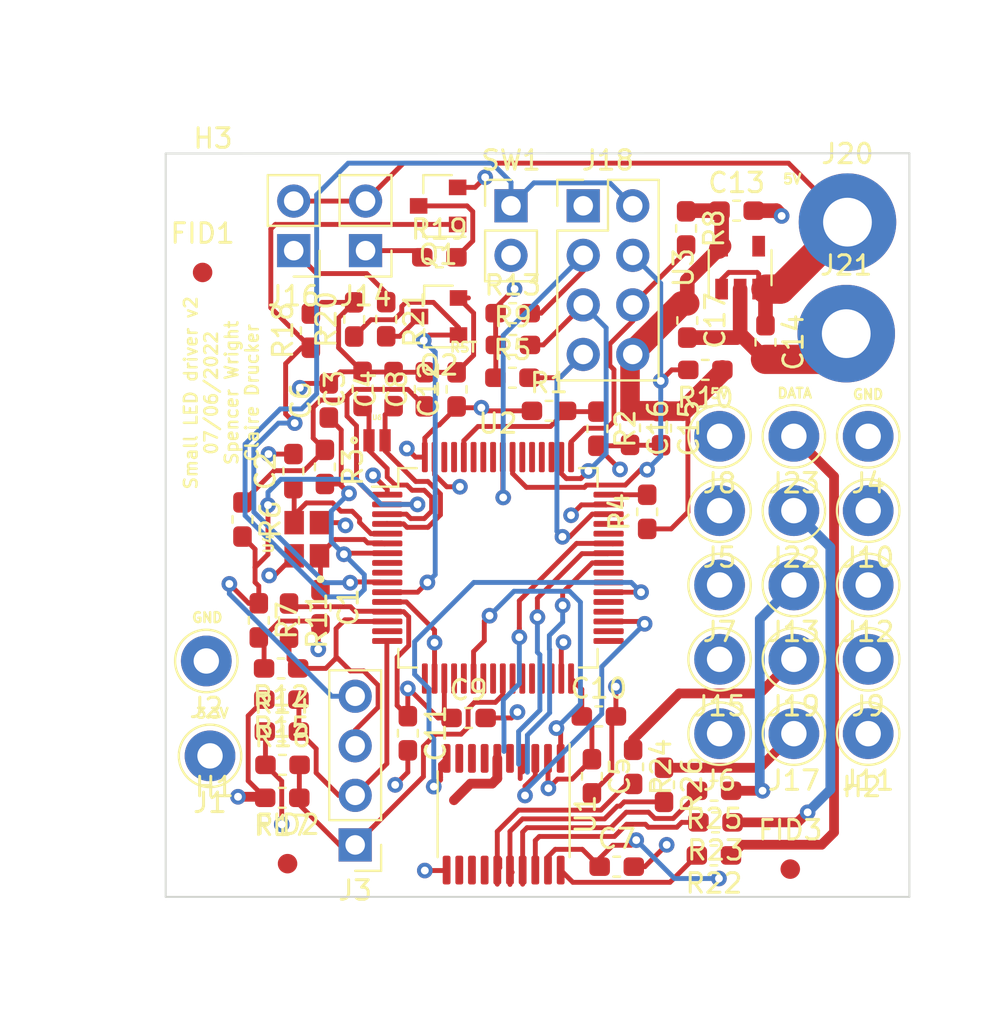
<source format=kicad_pcb>
(kicad_pcb (version 20171130) (host pcbnew "(5.1.6-0-10_14)")
  (layers (0 F.Cu signal) (1 PWR.Cu power hide) (2 GND.Cu power hide) (31 B.Cu signal) (34 B.Paste user) (35 F.Paste user) (36 B.SilkS user) (37 F.SilkS user) (38 B.Mask user) (39 F.Mask user) (44 Edge.Cuts user))
  (net 0 "")
  (net 1 GND1)
  (net 2 "Net-(C3-Pad1)")
  (net 3 "Net-(C4-Pad1)")
  (net 4 +3V3)
  (net 5 /NRST)
  (net 6 +5V)
  (net 7 /WKUP1)
  (net 8 /WKUP2)
  (net 9 /WKUP3)
  (net 10 /WKUP4)
  (net 11 /LED_OUT_2)
  (net 12 /LED_OUT_1)
  (net 13 /TIM15_CH1_SHIFT)
  (net 14 /TIM16_CH1_SHIFT)
  (net 15 /TIM1_CH1_SHIFT)
  (net 16 /SWCLK)
  (net 17 /JTDI)
  (net 18 /SWDIO)
  (net 19 /JTDO)
  (net 20 /NJTRST)
  (net 21 "Net-(Q1-Pad3)")
  (net 22 "Net-(Q2-Pad3)")
  (net 23 /BOOT0)
  (net 24 "Net-(R4-Pad2)")
  (net 25 "Net-(J14-Pad1)")
  (net 26 "Net-(J16-Pad1)")
  (net 27 /TIM16_CH1)
  (net 28 /TIM15_CH1)
  (net 29 /TIM1_CH1)
  (net 30 /OSC48_HI)
  (net 31 /OSC48_LO)
  (net 32 /TIM1_CH2_SHIFT)
  (net 33 /TIM1_CH3_SHIFT)
  (net 34 /TIM1_CH2)
  (net 35 /TIM1_CH3)
  (net 36 /LVL_EN)
  (net 37 "Net-(R22-Pad2)")
  (net 38 "Net-(R23-Pad2)")
  (net 39 "Net-(R24-Pad2)")
  (net 40 "Net-(R25-Pad2)")
  (net 41 "Net-(R26-Pad2)")
  (module Connector_Pin:Pin_D1.3mm_L11.0mm (layer F.Cu) (at 119.8069 99.5852)
    (fp_text reference J13 (at 0 2.4) (layer F.SilkS))
    (fp_text value Conn_01x01_Male)
    (pad 1 thru_hole circle (at 0 0) (size 2.6 2.6) (drill 1.3) (layers *.Cu *.Mask) (net 15 /TIM1_CH1_SHIFT))
  )
  (module Connector_Pin:Pin_D1.3mm_L11.0mm (layer F.Cu) (at 119.8069 107.2052)
    (fp_text reference J17 (at 0 2.4) (layer F.SilkS))
    (fp_text value Conn_01x01_Male)
    (pad 1 thru_hole circle (at 0 0) (size 2.6 2.6) (drill 1.3) (layers *.Cu *.Mask) (net 32 /TIM1_CH2_SHIFT))
  )
  (module Connector_Pin:Pin_D1.3mm_L11.0mm (layer F.Cu) (at 119.8069 103.3952)
    (fp_text reference J19 (at 0 2.4) (layer F.SilkS))
    (fp_text value Conn_01x01_Male)
    (pad 1 thru_hole circle (at 0 0) (size 2.6 2.6) (drill 1.3) (layers *.Cu *.Mask) (net 33 /TIM1_CH3_SHIFT))
  )
  (module Connector_Pin:Pin_D1.3mm_L11.0mm (layer F.Cu) (at 119.8069 95.7752)
    (fp_text reference J22 (at 0 2.4) (layer F.SilkS))
    (fp_text value Conn_01x01_Male)
    (pad 1 thru_hole circle (at 0 0) (size 2.6 2.6) (drill 1.3) (layers *.Cu *.Mask) (net 13 /TIM15_CH1_SHIFT))
  )
  (module Connector_Pin:Pin_D1.3mm_L11.0mm (layer F.Cu) (at 119.8069 91.9652)
    (fp_text reference J23 (at 0 2.4) (layer F.SilkS))
    (fp_text value Conn_01x01_Male)
    (pad 1 thru_hole circle (at 0 0) (size 2.6 2.6) (drill 1.3) (layers *.Cu *.Mask) (net 14 /TIM16_CH1_SHIFT))
  )
  (module Capacitor_SMD:C_0603_1608Metric_Pad1.05x0.95mm_HandSolder (layer F.Cu) (at 95.53 100.725 270)
    (fp_text reference C1 (at 0 -1.43 90) (layer F.SilkS))
    (fp_text value 6p)
    (pad 2 smd roundrect (at 0.875 0 270) (size 1.05 0.95) (layers F.Cu F.Paste F.Mask) (net 1 GND1))
    (pad 1 smd roundrect (at -0.875 0 270) (size 1.05 0.95) (layers F.Cu F.Paste F.Mask) (net 31 /OSC48_LO))
  )
  (module Capacitor_SMD:C_0603_1608Metric_Pad1.05x0.95mm_HandSolder (layer F.Cu) (at 94.14 93.75 90)
    (fp_text reference C2 (at 0 -1.43 90) (layer F.SilkS))
    (fp_text value 6p)
    (pad 1 smd roundrect (at -0.875 0 90) (size 1.05 0.95) (layers F.Cu F.Paste F.Mask) (net 30 /OSC48_HI))
    (pad 2 smd roundrect (at 0.875 0 90) (size 1.05 0.95) (layers F.Cu F.Paste F.Mask) (net 1 GND1))
  )
  (module Capacitor_SMD:C_0603_1608Metric_Pad1.05x0.95mm_HandSolder (layer F.Cu) (at 97.69 89.535 90)
    (fp_text reference C3 (at 0 -1.43 90) (layer F.SilkS))
    (fp_text value 8p)
    (pad 1 smd roundrect (at -0.875 0 90) (size 1.05 0.95) (layers F.Cu F.Paste F.Mask) (net 2 "Net-(C3-Pad1)"))
    (pad 2 smd roundrect (at 0.875 0 90) (size 1.05 0.95) (layers F.Cu F.Paste F.Mask) (net 1 GND1))
  )
  (module Capacitor_SMD:C_0603_1608Metric_Pad1.05x0.95mm_HandSolder (layer F.Cu) (at 99.28 89.545 90)
    (fp_text reference C4 (at 0 -1.43 90) (layer F.SilkS))
    (fp_text value 8p)
    (pad 2 smd roundrect (at 0.875 0 90) (size 1.05 0.95) (layers F.Cu F.Paste F.Mask) (net 1 GND1))
    (pad 1 smd roundrect (at -0.875 0 90) (size 1.05 0.95) (layers F.Cu F.Paste F.Mask) (net 3 "Net-(C4-Pad1)"))
  )
  (module Capacitor_SMD:C_0603_1608Metric_Pad1.05x0.95mm_HandSolder (layer F.Cu) (at 109.45 109.39 270)
    (fp_text reference C5 (at 0 -1.43 90) (layer F.SilkS))
    (fp_text value 0.1u)
    (pad 1 smd roundrect (at -0.875 0 270) (size 1.05 0.95) (layers F.Cu F.Paste F.Mask) (net 4 +3V3))
    (pad 2 smd roundrect (at 0.875 0 270) (size 1.05 0.95) (layers F.Cu F.Paste F.Mask) (net 1 GND1))
  )
  (module Capacitor_SMD:C_0603_1608Metric_Pad1.05x0.95mm_HandSolder (layer F.Cu) (at 95.95612 90.12936 90)
    (fp_text reference C6 (at 0 -1.43 90) (layer F.SilkS))
    (fp_text value 0.1u)
    (pad 1 smd roundrect (at -0.875 0 90) (size 1.05 0.95) (layers F.Cu F.Paste F.Mask) (net 5 /NRST))
    (pad 2 smd roundrect (at 0.875 0 90) (size 1.05 0.95) (layers F.Cu F.Paste F.Mask) (net 1 GND1))
  )
  (module Capacitor_SMD:C_0603_1608Metric_Pad1.05x0.95mm_HandSolder (layer F.Cu) (at 110.72238 114.02314)
    (fp_text reference C7 (at 0 -1.43) (layer F.SilkS))
    (fp_text value 0.1u)
    (pad 2 smd roundrect (at 0.875 0) (size 1.05 0.95) (layers F.Cu F.Paste F.Mask) (net 1 GND1))
    (pad 1 smd roundrect (at -0.875 0) (size 1.05 0.95) (layers F.Cu F.Paste F.Mask) (net 6 +5V))
  )
  (module Capacitor_SMD:C_0603_1608Metric_Pad1.05x0.95mm_HandSolder (layer F.Cu) (at 100.88 89.555 90)
    (fp_text reference C8 (at 0 -1.43 90) (layer F.SilkS))
    (fp_text value 0.1u)
    (pad 1 smd roundrect (at -0.875 0 90) (size 1.05 0.95) (layers F.Cu F.Paste F.Mask) (net 4 +3V3))
    (pad 2 smd roundrect (at 0.875 0 90) (size 1.05 0.95) (layers F.Cu F.Paste F.Mask) (net 1 GND1))
  )
  (module Capacitor_SMD:C_0603_1608Metric_Pad1.05x0.95mm_HandSolder (layer F.Cu) (at 103.125 106.4)
    (fp_text reference C9 (at 0 -1.43) (layer F.SilkS))
    (fp_text value 0.1u)
    (pad 2 smd roundrect (at 0.875 0) (size 1.05 0.95) (layers F.Cu F.Paste F.Mask) (net 1 GND1))
    (pad 1 smd roundrect (at -0.875 0) (size 1.05 0.95) (layers F.Cu F.Paste F.Mask) (net 4 +3V3))
  )
  (module Capacitor_SMD:C_0603_1608Metric_Pad1.05x0.95mm_HandSolder (layer F.Cu) (at 109.805 106.32)
    (fp_text reference C10 (at 0 -1.43) (layer F.SilkS))
    (fp_text value 0.1u)
    (pad 1 smd roundrect (at -0.875 0) (size 1.05 0.95) (layers F.Cu F.Paste F.Mask) (net 4 +3V3))
    (pad 2 smd roundrect (at 0.875 0) (size 1.05 0.95) (layers F.Cu F.Paste F.Mask) (net 1 GND1))
  )
  (module Capacitor_SMD:C_0603_1608Metric_Pad1.05x0.95mm_HandSolder (layer F.Cu) (at 100.01 107.185 270)
    (fp_text reference C11 (at 0 -1.43 90) (layer F.SilkS))
    (fp_text value 0.1u)
    (pad 2 smd roundrect (at 0.875 0 270) (size 1.05 0.95) (layers F.Cu F.Paste F.Mask) (net 1 GND1))
    (pad 1 smd roundrect (at -0.875 0 270) (size 1.05 0.95) (layers F.Cu F.Paste F.Mask) (net 4 +3V3))
  )
  (module Capacitor_SMD:C_0603_1608Metric_Pad1.05x0.95mm_HandSolder (layer F.Cu) (at 102.51 89.56 90)
    (fp_text reference C12 (at 0 -1.43 90) (layer F.SilkS))
    (fp_text value 0.1u)
    (pad 1 smd roundrect (at -0.875 0 90) (size 1.05 0.95) (layers F.Cu F.Paste F.Mask) (net 4 +3V3))
    (pad 2 smd roundrect (at 0.875 0 90) (size 1.05 0.95) (layers F.Cu F.Paste F.Mask) (net 1 GND1))
  )
  (module Capacitor_SMD:C_0603_1608Metric_Pad1.05x0.95mm_HandSolder (layer F.Cu) (at 116.87 80.4)
    (fp_text reference C13 (at 0 -1.43) (layer F.SilkS))
    (fp_text value 4.7u)
    (pad 2 smd roundrect (at 0.875 0) (size 1.05 0.95) (layers F.Cu F.Paste F.Mask) (net 1 GND1))
    (pad 1 smd roundrect (at -0.875 0) (size 1.05 0.95) (layers F.Cu F.Paste F.Mask) (net 4 +3V3))
  )
  (module Capacitor_SMD:C_0603_1608Metric_Pad1.05x0.95mm_HandSolder (layer F.Cu) (at 118.35 87.145 270)
    (fp_text reference C14 (at 0 -1.43 90) (layer F.SilkS))
    (fp_text value 1u)
    (pad 2 smd roundrect (at 0.875 0 270) (size 1.05 0.95) (layers F.Cu F.Paste F.Mask) (net 1 GND1))
    (pad 1 smd roundrect (at -0.875 0 270) (size 1.05 0.95) (layers F.Cu F.Paste F.Mask) (net 6 +5V))
  )
  (module Capacitor_SMD:C_0603_1608Metric_Pad1.05x0.95mm_HandSolder (layer F.Cu) (at 112.993 91.549 270)
    (fp_text reference C15 (at 0 -1.43 90) (layer F.SilkS))
    (fp_text value 0.01u)
    (pad 1 smd roundrect (at -0.875 0 270) (size 1.05 0.95) (layers F.Cu F.Paste F.Mask) (net 4 +3V3))
    (pad 2 smd roundrect (at 0.875 0 270) (size 1.05 0.95) (layers F.Cu F.Paste F.Mask) (net 1 GND1))
  )
  (module Capacitor_SMD:C_0603_1608Metric_Pad1.05x0.95mm_HandSolder (layer F.Cu) (at 111.405 91.53 270)
    (fp_text reference C16 (at 0 -1.43 90) (layer F.SilkS))
    (fp_text value 1)
    (pad 2 smd roundrect (at 0.875 0 270) (size 1.05 0.95) (layers F.Cu F.Paste F.Mask) (net 1 GND1))
    (pad 1 smd roundrect (at -0.875 0 270) (size 1.05 0.95) (layers F.Cu F.Paste F.Mask) (net 4 +3V3))
  )
  (module Capacitor_SMD:C_0603_1608Metric_Pad1.05x0.95mm_HandSolder (layer F.Cu) (at 114.34 86.03 270)
    (fp_text reference C17 (at 0 -1.43 90) (layer F.SilkS))
    (fp_text value 1u)
    (pad 1 smd roundrect (at -0.875 0 270) (size 1.05 0.95) (layers F.Cu F.Paste F.Mask) (net 4 +3V3))
    (pad 2 smd roundrect (at 0.875 0 270) (size 1.05 0.95) (layers F.Cu F.Paste F.Mask) (net 1 GND1))
  )
  (module Connector_PinHeader_2.54mm:PinHeader_1x04_P2.54mm_Vertical (layer F.Cu) (at 97.30928 112.907704 180)
    (fp_text reference J3 (at 0 -2.33) (layer F.SilkS))
    (fp_text value Conn_01x04_Male)
    (pad 4 thru_hole oval (at 0 7.62 180) (size 1.7 1.7) (drill 1) (layers *.Cu *.Mask) (net 8 /WKUP2))
    (pad 3 thru_hole oval (at 0 5.08 180) (size 1.7 1.7) (drill 1) (layers *.Cu *.Mask) (net 7 /WKUP1))
    (pad 2 thru_hole oval (at 0 2.54 180) (size 1.7 1.7) (drill 1) (layers *.Cu *.Mask) (net 10 /WKUP4))
    (pad 1 thru_hole rect (at 0 0 180) (size 1.7 1.7) (drill 1) (layers *.Cu *.Mask) (net 9 /WKUP3))
  )
  (module MountingHole:MountingHole_2.5mm_Pad (layer F.Cu) (at 122.555 80.9879)
    (fp_text reference J20 (at 0 -3.5) (layer F.SilkS))
    (fp_text value Conn_01x01_Male)
    (pad 1 thru_hole circle (at 0 0) (size 5 5) (drill 2.5) (layers *.Cu *.Mask) (net 6 +5V))
  )
  (module MountingHole:MountingHole_2.5mm_Pad (layer F.Cu) (at 122.4915 86.7029)
    (fp_text reference J21 (at 0 -3.5) (layer F.SilkS))
    (fp_text value Conn_01x01_Male)
    (pad 1 thru_hole circle (at 0 0) (size 5 5) (drill 2.5) (layers *.Cu *.Mask) (net 1 GND1))
  )
  (module Package_TO_SOT_SMD:SOT-23 (layer F.Cu) (at 101.56374 80.15566 180)
    (fp_text reference Q1 (at 0 -2.5) (layer F.SilkS))
    (fp_text value BSS138)
    (pad 3 smd rect (at 1 0 180) (size 0.9 0.8) (layers F.Cu F.Paste F.Mask) (net 21 "Net-(Q1-Pad3)"))
    (pad 2 smd rect (at -1 0.95 180) (size 0.9 0.8) (layers F.Cu F.Paste F.Mask) (net 1 GND1))
    (pad 1 smd rect (at -1 -0.95 180) (size 0.9 0.8) (layers F.Cu F.Paste F.Mask) (net 12 /LED_OUT_1))
  )
  (module Package_TO_SOT_SMD:SOT-23 (layer F.Cu) (at 101.60834 85.82416 180)
    (fp_text reference Q2 (at 0 -2.5) (layer F.SilkS))
    (fp_text value BSS138)
    (pad 1 smd rect (at -1 -0.95 180) (size 0.9 0.8) (layers F.Cu F.Paste F.Mask) (net 11 /LED_OUT_2))
    (pad 2 smd rect (at -1 0.95 180) (size 0.9 0.8) (layers F.Cu F.Paste F.Mask) (net 1 GND1))
    (pad 3 smd rect (at 1 0 180) (size 0.9 0.8) (layers F.Cu F.Paste F.Mask) (net 22 "Net-(Q2-Pad3)"))
  )
  (module Resistor_SMD:R_0603_1608Metric_Pad1.05x0.95mm_HandSolder (layer F.Cu) (at 107.25 90.66)
    (fp_text reference R1 (at 0 -1.43) (layer F.SilkS))
    (fp_text value DNI)
    (pad 2 smd roundrect (at 0.875 0) (size 1.05 0.95) (layers F.Cu F.Paste F.Mask) (net 23 /BOOT0))
    (pad 1 smd roundrect (at -0.875 0) (size 1.05 0.95) (layers F.Cu F.Paste F.Mask) (net 4 +3V3))
  )
  (module Resistor_SMD:R_0603_1608Metric_Pad1.05x0.95mm_HandSolder (layer F.Cu) (at 109.73 91.575 270)
    (fp_text reference R2 (at 0 -1.43 90) (layer F.SilkS))
    (fp_text value 10k)
    (pad 1 smd roundrect (at -0.875 0 270) (size 1.05 0.95) (layers F.Cu F.Paste F.Mask) (net 23 /BOOT0))
    (pad 2 smd roundrect (at 0.875 0 270) (size 1.05 0.95) (layers F.Cu F.Paste F.Mask) (net 1 GND1))
  )
  (module Resistor_SMD:R_0603_1608Metric_Pad1.05x0.95mm_HandSolder (layer F.Cu) (at 95.75546 93.53426 270)
    (fp_text reference R3 (at 0 -1.43 90) (layer F.SilkS))
    (fp_text value 10k)
    (pad 1 smd roundrect (at -0.875 0 270) (size 1.05 0.95) (layers F.Cu F.Paste F.Mask) (net 4 +3V3))
    (pad 2 smd roundrect (at 0.875 0 270) (size 1.05 0.95) (layers F.Cu F.Paste F.Mask) (net 5 /NRST))
  )
  (module Resistor_SMD:R_0603_1608Metric_Pad1.05x0.95mm_HandSolder (layer F.Cu) (at 112.283 95.835 90)
    (fp_text reference R4 (at 0 -1.43 90) (layer F.SilkS))
    (fp_text value 0)
    (pad 2 smd roundrect (at 0.875 0 90) (size 1.05 0.95) (layers F.Cu F.Paste F.Mask) (net 24 "Net-(R4-Pad2)"))
    (pad 1 smd roundrect (at -0.875 0 90) (size 1.05 0.95) (layers F.Cu F.Paste F.Mask) (net 4 +3V3))
  )
  (module Resistor_SMD:R_0603_1608Metric_Pad1.05x0.95mm_HandSolder (layer F.Cu) (at 105.3729 88.96264)
    (fp_text reference R5 (at 0 -1.43) (layer F.SilkS))
    (fp_text value 10k)
    (pad 2 smd roundrect (at 0.875 0) (size 1.05 0.95) (layers F.Cu F.Paste F.Mask) (net 18 /SWDIO))
    (pad 1 smd roundrect (at -0.875 0) (size 1.05 0.95) (layers F.Cu F.Paste F.Mask) (net 4 +3V3))
  )
  (module Resistor_SMD:R_0603_1608Metric_Pad1.05x0.95mm_HandSolder (layer F.Cu) (at 91.5289 96.2279 270)
    (fp_text reference R6 (at 0 -1.43 90) (layer F.SilkS))
    (fp_text value DNI)
    (pad 2 smd roundrect (at 0.875 0 270) (size 1.05 0.95) (layers F.Cu F.Paste F.Mask) (net 8 /WKUP2))
    (pad 1 smd roundrect (at -0.875 0 270) (size 1.05 0.95) (layers F.Cu F.Paste F.Mask) (net 4 +3V3))
  )
  (module Resistor_SMD:R_0603_1608Metric_Pad1.05x0.95mm_HandSolder (layer F.Cu) (at 92.3671 101.3981 270)
    (fp_text reference R7 (at 0 -1.43 90) (layer F.SilkS))
    (fp_text value DNI)
    (pad 1 smd roundrect (at -0.875 0 270) (size 1.05 0.95) (layers F.Cu F.Paste F.Mask) (net 8 /WKUP2))
    (pad 2 smd roundrect (at 0.875 0 270) (size 1.05 0.95) (layers F.Cu F.Paste F.Mask) (net 1 GND1))
  )
  (module Resistor_SMD:R_0603_1608Metric_Pad1.05x0.95mm_HandSolder (layer F.Cu) (at 115.265 88.56 180)
    (fp_text reference R10 (at 0 -1.43) (layer F.SilkS))
    (fp_text value 10k)
    (pad 2 smd roundrect (at 0.875 0 180) (size 1.05 0.95) (layers F.Cu F.Paste F.Mask) (net 19 /JTDO))
    (pad 1 smd roundrect (at -0.875 0 180) (size 1.05 0.95) (layers F.Cu F.Paste F.Mask) (net 4 +3V3))
  )
  (module Resistor_SMD:R_0603_1608Metric_Pad1.05x0.95mm_HandSolder (layer F.Cu) (at 93.9165 101.4095 270)
    (fp_text reference R11 (at 0 -1.43 90) (layer F.SilkS))
    (fp_text value DNI)
    (pad 2 smd roundrect (at 0.875 0 270) (size 1.05 0.95) (layers F.Cu F.Paste F.Mask) (net 7 /WKUP1))
    (pad 1 smd roundrect (at -0.875 0 270) (size 1.05 0.95) (layers F.Cu F.Paste F.Mask) (net 4 +3V3))
  )
  (module Resistor_SMD:R_0603_1608Metric_Pad1.05x0.95mm_HandSolder (layer F.Cu) (at 93.5114 103.8606 180)
    (fp_text reference R12 (at 0 -1.43) (layer F.SilkS))
    (fp_text value DNI)
    (pad 1 smd roundrect (at -0.875 0 180) (size 1.05 0.95) (layers F.Cu F.Paste F.Mask) (net 7 /WKUP1))
    (pad 2 smd roundrect (at 0.875 0 180) (size 1.05 0.95) (layers F.Cu F.Paste F.Mask) (net 1 GND1))
  )
  (module Resistor_SMD:R_0603_1608Metric_Pad1.05x0.95mm_HandSolder (layer F.Cu) (at 105.3879 85.65264)
    (fp_text reference R13 (at 0 -1.43) (layer F.SilkS))
    (fp_text value 10k)
    (pad 1 smd roundrect (at -0.875 0) (size 1.05 0.95) (layers F.Cu F.Paste F.Mask) (net 4 +3V3))
    (pad 2 smd roundrect (at 0.875 0) (size 1.05 0.95) (layers F.Cu F.Paste F.Mask) (net 20 /NJTRST))
  )
  (module Resistor_SMD:R_0603_1608Metric_Pad1.05x0.95mm_HandSolder (layer F.Cu) (at 93.5482 107.0935)
    (fp_text reference R14 (at 0 -1.43) (layer F.SilkS))
    (fp_text value DNI)
    (pad 1 smd roundrect (at -0.875 0) (size 1.05 0.95) (layers F.Cu F.Paste F.Mask) (net 4 +3V3))
    (pad 2 smd roundrect (at 0.875 0) (size 1.05 0.95) (layers F.Cu F.Paste F.Mask) (net 10 /WKUP4))
  )
  (module Resistor_SMD:R_0603_1608Metric_Pad1.05x0.95mm_HandSolder (layer F.Cu) (at 93.5241 105.4608 180)
    (fp_text reference R15 (at 0 -1.43) (layer F.SilkS))
    (fp_text value DNI)
    (pad 2 smd roundrect (at 0.875 0 180) (size 1.05 0.95) (layers F.Cu F.Paste F.Mask) (net 1 GND1))
    (pad 1 smd roundrect (at -0.875 0 180) (size 1.05 0.95) (layers F.Cu F.Paste F.Mask) (net 10 /WKUP4))
  )
  (module Resistor_SMD:R_0603_1608Metric_Pad1.05x0.95mm_HandSolder (layer F.Cu) (at 93.5832 108.8035)
    (fp_text reference R16 (at 0 -1.43) (layer F.SilkS))
    (fp_text value DNI)
    (pad 2 smd roundrect (at 0.875 0) (size 1.05 0.95) (layers F.Cu F.Paste F.Mask) (net 9 /WKUP3))
    (pad 1 smd roundrect (at -0.875 0) (size 1.05 0.95) (layers F.Cu F.Paste F.Mask) (net 4 +3V3))
  )
  (module Resistor_SMD:R_0603_1608Metric_Pad1.05x0.95mm_HandSolder (layer F.Cu) (at 93.5682 110.4935 180)
    (fp_text reference R17 (at 0 -1.43) (layer F.SilkS))
    (fp_text value DNI)
    (pad 1 smd roundrect (at -0.875 0 180) (size 1.05 0.95) (layers F.Cu F.Paste F.Mask) (net 9 /WKUP3))
    (pad 2 smd roundrect (at 0.875 0 180) (size 1.05 0.95) (layers F.Cu F.Paste F.Mask) (net 1 GND1))
  )
  (module Resistor_SMD:R_0603_1608Metric_Pad1.05x0.95mm_HandSolder (layer F.Cu) (at 95.0341 86.5492 90)
    (fp_text reference R18 (at 0 -1.43 90) (layer F.SilkS))
    (fp_text value 100k)
    (pad 2 smd roundrect (at 0.875 0 90) (size 1.05 0.95) (layers F.Cu F.Paste F.Mask) (net 1 GND1))
    (pad 1 smd roundrect (at -0.875 0 90) (size 1.05 0.95) (layers F.Cu F.Paste F.Mask) (net 12 /LED_OUT_1))
  )
  (module Resistor_SMD:R_0603_1608Metric_Pad1.05x0.95mm_HandSolder (layer F.Cu) (at 101.6254 82.7913)
    (fp_text reference R19 (at 0 -1.43) (layer F.SilkS))
    (fp_text value 1k)
    (pad 1 smd roundrect (at -0.875 0) (size 1.05 0.95) (layers F.Cu F.Paste F.Mask) (net 25 "Net-(J14-Pad1)"))
    (pad 2 smd roundrect (at 0.875 0) (size 1.05 0.95) (layers F.Cu F.Paste F.Mask) (net 21 "Net-(Q1-Pad3)"))
  )
  (module Resistor_SMD:R_0603_1608Metric_Pad1.05x0.95mm_HandSolder (layer F.Cu) (at 97.25834 85.97416 90)
    (fp_text reference R20 (at 0 -1.43 90) (layer F.SilkS))
    (fp_text value 100k)
    (pad 2 smd roundrect (at 0.875 0 90) (size 1.05 0.95) (layers F.Cu F.Paste F.Mask) (net 1 GND1))
    (pad 1 smd roundrect (at -0.875 0 90) (size 1.05 0.95) (layers F.Cu F.Paste F.Mask) (net 11 /LED_OUT_2))
  )
  (module Resistor_SMD:R_0603_1608Metric_Pad1.05x0.95mm_HandSolder (layer F.Cu) (at 98.89834 85.96416 270)
    (fp_text reference R21 (at 0 -1.43 90) (layer F.SilkS))
    (fp_text value 1k)
    (pad 1 smd roundrect (at -0.875 0 270) (size 1.05 0.95) (layers F.Cu F.Paste F.Mask) (net 26 "Net-(J16-Pad1)"))
    (pad 2 smd roundrect (at 0.875 0 270) (size 1.05 0.95) (layers F.Cu F.Paste F.Mask) (net 22 "Net-(Q2-Pad3)"))
  )
  (module Connector_PinHeader_2.54mm:PinHeader_1x02_P2.54mm_Vertical (layer F.Cu) (at 105.30078 80.1497)
    (fp_text reference SW1 (at 0 -2.33) (layer F.SilkS))
    (fp_text value SW_DIP_x01)
    (pad 1 thru_hole rect (at 0 0) (size 1.7 1.7) (drill 1) (layers *.Cu *.Mask) (net 5 /NRST))
    (pad 2 thru_hole oval (at 0 2.54) (size 1.7 1.7) (drill 1) (layers *.Cu *.Mask) (net 1 GND1))
  )
  (module Package_SO:TSSOP-20_4.4x6.5mm_P0.65mm (layer F.Cu) (at 104.922352 111.334631 270)
    (fp_text reference U1 (at 0 -4.2 90) (layer F.SilkS))
    (fp_text value TXS0108EPW)
    (pad 1 smd roundrect (at -2.8625 -2.925 270) (size 1.475 0.4) (layers F.Cu F.Paste F.Mask) (net 27 /TIM16_CH1))
    (pad 2 smd roundrect (at -2.8625 -2.275 270) (size 1.475 0.4) (layers F.Cu F.Paste F.Mask) (net 4 +3V3))
    (pad 3 smd roundrect (at -2.8625 -1.625 270) (size 1.475 0.4) (layers F.Cu F.Paste F.Mask) (net 28 /TIM15_CH1))
    (pad 4 smd roundrect (at -2.8625 -0.975 270) (size 1.475 0.4) (layers F.Cu F.Paste F.Mask) (net 29 /TIM1_CH1))
    (pad 5 smd roundrect (at -2.8625 -0.325 270) (size 1.475 0.4) (layers F.Cu F.Paste F.Mask) (net 34 /TIM1_CH2))
    (pad 6 smd roundrect (at -2.8625 0.325 270) (size 1.475 0.4) (layers F.Cu F.Paste F.Mask) (net 35 /TIM1_CH3))
    (pad 7 smd roundrect (at -2.8625 0.975 270) (size 1.475 0.4) (layers F.Cu F.Paste F.Mask))
    (pad 8 smd roundrect (at -2.8625 1.625 270) (size 1.475 0.4) (layers F.Cu F.Paste F.Mask))
    (pad 9 smd roundrect (at -2.8625 2.275 270) (size 1.475 0.4) (layers F.Cu F.Paste F.Mask))
    (pad 10 smd roundrect (at -2.8625 2.925 270) (size 1.475 0.4) (layers F.Cu F.Paste F.Mask) (net 36 /LVL_EN))
    (pad 11 smd roundrect (at 2.8625 2.925 270) (size 1.475 0.4) (layers F.Cu F.Paste F.Mask) (net 1 GND1))
    (pad 12 smd roundrect (at 2.8625 2.275 270) (size 1.475 0.4) (layers F.Cu F.Paste F.Mask))
    (pad 13 smd roundrect (at 2.8625 1.625 270) (size 1.475 0.4) (layers F.Cu F.Paste F.Mask))
    (pad 14 smd roundrect (at 2.8625 0.975 270) (size 1.475 0.4) (layers F.Cu F.Paste F.Mask))
    (pad 15 smd roundrect (at 2.8625 0.325 270) (size 1.475 0.4) (layers F.Cu F.Paste F.Mask) (net 39 "Net-(R24-Pad2)"))
    (pad 16 smd roundrect (at 2.8625 -0.325 270) (size 1.475 0.4) (layers F.Cu F.Paste F.Mask) (net 41 "Net-(R26-Pad2)"))
    (pad 17 smd roundrect (at 2.8625 -0.975 270) (size 1.475 0.4) (layers F.Cu F.Paste F.Mask) (net 40 "Net-(R25-Pad2)"))
    (pad 18 smd roundrect (at 2.8625 -1.625 270) (size 1.475 0.4) (layers F.Cu F.Paste F.Mask) (net 38 "Net-(R23-Pad2)"))
    (pad 19 smd roundrect (at 2.8625 -2.275 270) (size 1.475 0.4) (layers F.Cu F.Paste F.Mask) (net 6 +5V))
    (pad 20 smd roundrect (at 2.8625 -2.925 270) (size 1.475 0.4) (layers F.Cu F.Paste F.Mask) (net 37 "Net-(R22-Pad2)"))
  )
  (module Package_QFP:LQFP-64_10x10mm_P0.5mm (layer F.Cu) (at 104.63 98.705)
    (fp_text reference U2 (at 0 -7.4) (layer F.SilkS))
    (fp_text value STM32L431RCTx)
    (pad 1 smd roundrect (at -5.675 -3.75) (size 1.55 0.3) (layers F.Cu F.Paste F.Mask) (net 4 +3V3))
    (pad 2 smd roundrect (at -5.675 -3.25) (size 1.55 0.3) (layers F.Cu F.Paste F.Mask) (net 8 /WKUP2))
    (pad 3 smd roundrect (at -5.675 -2.75) (size 1.55 0.3) (layers F.Cu F.Paste F.Mask) (net 2 "Net-(C3-Pad1)"))
    (pad 4 smd roundrect (at -5.675 -2.25) (size 1.55 0.3) (layers F.Cu F.Paste F.Mask) (net 3 "Net-(C4-Pad1)"))
    (pad 5 smd roundrect (at -5.675 -1.75) (size 1.55 0.3) (layers F.Cu F.Paste F.Mask) (net 30 /OSC48_HI))
    (pad 6 smd roundrect (at -5.675 -1.25) (size 1.55 0.3) (layers F.Cu F.Paste F.Mask) (net 31 /OSC48_LO))
    (pad 7 smd roundrect (at -5.675 -0.75) (size 1.55 0.3) (layers F.Cu F.Paste F.Mask) (net 5 /NRST))
    (pad 8 smd roundrect (at -5.675 -0.25) (size 1.55 0.3) (layers F.Cu F.Paste F.Mask))
    (pad 9 smd roundrect (at -5.675 0.25) (size 1.55 0.3) (layers F.Cu F.Paste F.Mask))
    (pad 10 smd roundrect (at -5.675 0.75) (size 1.55 0.3) (layers F.Cu F.Paste F.Mask) (net 12 /LED_OUT_1))
    (pad 11 smd roundrect (at -5.675 1.25) (size 1.55 0.3) (layers F.Cu F.Paste F.Mask) (net 11 /LED_OUT_2))
    (pad 12 smd roundrect (at -5.675 1.75) (size 1.55 0.3) (layers F.Cu F.Paste F.Mask) (net 1 GND1))
    (pad 13 smd roundrect (at -5.675 2.25) (size 1.55 0.3) (layers F.Cu F.Paste F.Mask) (net 4 +3V3))
    (pad 14 smd roundrect (at -5.675 2.75) (size 1.55 0.3) (layers F.Cu F.Paste F.Mask) (net 7 /WKUP1))
    (pad 15 smd roundrect (at -5.675 3.25) (size 1.55 0.3) (layers F.Cu F.Paste F.Mask))
    (pad 16 smd roundrect (at -5.675 3.75) (size 1.55 0.3) (layers F.Cu F.Paste F.Mask) (net 10 /WKUP4))
    (pad 17 smd roundrect (at -3.75 5.675) (size 0.3 1.55) (layers F.Cu F.Paste F.Mask))
    (pad 18 smd roundrect (at -3.25 5.675) (size 0.3 1.55) (layers F.Cu F.Paste F.Mask) (net 1 GND1))
    (pad 19 smd roundrect (at -2.75 5.675) (size 0.3 1.55) (layers F.Cu F.Paste F.Mask) (net 4 +3V3))
    (pad 20 smd roundrect (at -2.25 5.675) (size 0.3 1.55) (layers F.Cu F.Paste F.Mask))
    (pad 21 smd roundrect (at -1.75 5.675) (size 0.3 1.55) (layers F.Cu F.Paste F.Mask))
    (pad 22 smd roundrect (at -1.25 5.675) (size 0.3 1.55) (layers F.Cu F.Paste F.Mask) (net 27 /TIM16_CH1))
    (pad 23 smd roundrect (at -0.75 5.675) (size 0.3 1.55) (layers F.Cu F.Paste F.Mask))
    (pad 24 smd roundrect (at -0.25 5.675) (size 0.3 1.55) (layers F.Cu F.Paste F.Mask))
    (pad 25 smd roundrect (at 0.25 5.675) (size 0.3 1.55) (layers F.Cu F.Paste F.Mask) (net 9 /WKUP3))
    (pad 26 smd roundrect (at 0.75 5.675) (size 0.3 1.55) (layers F.Cu F.Paste F.Mask))
    (pad 27 smd roundrect (at 1.25 5.675) (size 0.3 1.55) (layers F.Cu F.Paste F.Mask))
    (pad 28 smd roundrect (at 1.75 5.675) (size 0.3 1.55) (layers F.Cu F.Paste F.Mask))
    (pad 29 smd roundrect (at 2.25 5.675) (size 0.3 1.55) (layers F.Cu F.Paste F.Mask))
    (pad 30 smd roundrect (at 2.75 5.675) (size 0.3 1.55) (layers F.Cu F.Paste F.Mask))
    (pad 31 smd roundrect (at 3.25 5.675) (size 0.3 1.55) (layers F.Cu F.Paste F.Mask) (net 1 GND1))
    (pad 32 smd roundrect (at 3.75 5.675) (size 0.3 1.55) (layers F.Cu F.Paste F.Mask) (net 4 +3V3))
    (pad 33 smd roundrect (at 5.675 3.75) (size 1.55 0.3) (layers F.Cu F.Paste F.Mask))
    (pad 34 smd roundrect (at 5.675 3.25) (size 1.55 0.3) (layers F.Cu F.Paste F.Mask))
    (pad 35 smd roundrect (at 5.675 2.75) (size 1.55 0.3) (layers F.Cu F.Paste F.Mask) (net 28 /TIM15_CH1))
    (pad 36 smd roundrect (at 5.675 2.25) (size 1.55 0.3) (layers F.Cu F.Paste F.Mask))
    (pad 37 smd roundrect (at 5.675 1.75) (size 1.55 0.3) (layers F.Cu F.Paste F.Mask))
    (pad 38 smd roundrect (at 5.675 1.25) (size 1.55 0.3) (layers F.Cu F.Paste F.Mask) (net 36 /LVL_EN))
    (pad 39 smd roundrect (at 5.675 0.75) (size 1.55 0.3) (layers F.Cu F.Paste F.Mask))
    (pad 40 smd roundrect (at 5.675 0.25) (size 1.55 0.3) (layers F.Cu F.Paste F.Mask))
    (pad 41 smd roundrect (at 5.675 -0.25) (size 1.55 0.3) (layers F.Cu F.Paste F.Mask) (net 29 /TIM1_CH1))
    (pad 42 smd roundrect (at 5.675 -0.75) (size 1.55 0.3) (layers F.Cu F.Paste F.Mask) (net 34 /TIM1_CH2))
    (pad 43 smd roundrect (at 5.675 -1.25) (size 1.55 0.3) (layers F.Cu F.Paste F.Mask) (net 35 /TIM1_CH3))
    (pad 44 smd roundrect (at 5.675 -1.75) (size 1.55 0.3) (layers F.Cu F.Paste F.Mask))
    (pad 45 smd roundrect (at 5.675 -2.25) (size 1.55 0.3) (layers F.Cu F.Paste F.Mask))
    (pad 46 smd roundrect (at 5.675 -2.75) (size 1.55 0.3) (layers F.Cu F.Paste F.Mask) (net 18 /SWDIO))
    (pad 47 smd roundrect (at 5.675 -3.25) (size 1.55 0.3) (layers F.Cu F.Paste F.Mask) (net 1 GND1))
    (pad 48 smd roundrect (at 5.675 -3.75) (size 1.55 0.3) (layers F.Cu F.Paste F.Mask) (net 24 "Net-(R4-Pad2)"))
    (pad 49 smd roundrect (at 3.75 -5.675) (size 0.3 1.55) (layers F.Cu F.Paste F.Mask) (net 16 /SWCLK))
    (pad 50 smd roundrect (at 3.25 -5.675) (size 0.3 1.55) (layers F.Cu F.Paste F.Mask) (net 17 /JTDI))
    (pad 51 smd roundrect (at 2.75 -5.675) (size 0.3 1.55) (layers F.Cu F.Paste F.Mask))
    (pad 52 smd roundrect (at 2.25 -5.675) (size 0.3 1.55) (layers F.Cu F.Paste F.Mask))
    (pad 53 smd roundrect (at 1.75 -5.675) (size 0.3 1.55) (layers F.Cu F.Paste F.Mask))
    (pad 54 smd roundrect (at 1.25 -5.675) (size 0.3 1.55) (layers F.Cu F.Paste F.Mask))
    (pad 55 smd roundrect (at 0.75 -5.675) (size 0.3 1.55) (layers F.Cu F.Paste F.Mask) (net 19 /JTDO))
    (pad 56 smd roundrect (at 0.25 -5.675) (size 0.3 1.55) (layers F.Cu F.Paste F.Mask) (net 20 /NJTRST))
    (pad 57 smd roundrect (at -0.25 -5.675) (size 0.3 1.55) (layers F.Cu F.Paste F.Mask))
    (pad 58 smd roundrect (at -0.75 -5.675) (size 0.3 1.55) (layers F.Cu F.Paste F.Mask))
    (pad 59 smd roundrect (at -1.25 -5.675) (size 0.3 1.55) (layers F.Cu F.Paste F.Mask))
    (pad 60 smd roundrect (at -1.75 -5.675) (size 0.3 1.55) (layers F.Cu F.Paste F.Mask) (net 23 /BOOT0))
    (pad 61 smd roundrect (at -2.25 -5.675) (size 0.3 1.55) (layers F.Cu F.Paste F.Mask))
    (pad 62 smd roundrect (at -2.75 -5.675) (size 0.3 1.55) (layers F.Cu F.Paste F.Mask))
    (pad 63 smd roundrect (at -3.25 -5.675) (size 0.3 1.55) (layers F.Cu F.Paste F.Mask) (net 1 GND1))
    (pad 64 smd roundrect (at -3.75 -5.675) (size 0.3 1.55) (layers F.Cu F.Paste F.Mask) (net 4 +3V3))
  )
  (module Package_TO_SOT_SMD:SOT-23-5 (layer F.Cu) (at 117.05 83.32 90)
    (fp_text reference U3 (at 0 -2.9 90) (layer F.SilkS))
    (fp_text value LP5907MFX-3.3)
    (pad 1 smd rect (at -1.1 -0.95 90) (size 1.06 0.65) (layers F.Cu F.Paste F.Mask) (net 6 +5V))
    (pad 2 smd rect (at -1.1 0 90) (size 1.06 0.65) (layers F.Cu F.Paste F.Mask) (net 1 GND1))
    (pad 3 smd rect (at -1.1 0.95 90) (size 1.06 0.65) (layers F.Cu F.Paste F.Mask) (net 6 +5V))
    (pad 4 smd rect (at 1.1 0.95 90) (size 1.06 0.65) (layers F.Cu F.Paste F.Mask))
    (pad 5 smd rect (at 1.1 -0.95 90) (size 1.06 0.65) (layers F.Cu F.Paste F.Mask) (net 4 +3V3))
  )
  (module Connector_PinHeader_2.54mm:PinHeader_2x04_P2.54mm_Vertical (layer F.Cu) (at 109.0041 80.1497)
    (fp_text reference J18 (at 1.27 -2.33) (layer F.SilkS))
    (fp_text value Conn_01x08_Male)
    (pad 1 thru_hole rect (at 0 0) (size 1.7 1.7) (drill 1) (layers *.Cu *.Mask) (net 1 GND1))
    (pad 2 thru_hole oval (at 2.54 0) (size 1.7 1.7) (drill 1) (layers *.Cu *.Mask) (net 5 /NRST))
    (pad 3 thru_hole oval (at 0 2.54) (size 1.7 1.7) (drill 1) (layers *.Cu *.Mask) (net 20 /NJTRST))
    (pad 4 thru_hole oval (at 2.54 2.54) (size 1.7 1.7) (drill 1) (layers *.Cu *.Mask) (net 19 /JTDO))
    (pad 5 thru_hole oval (at 0 5.08) (size 1.7 1.7) (drill 1) (layers *.Cu *.Mask) (net 17 /JTDI))
    (pad 6 thru_hole oval (at 2.54 5.08) (size 1.7 1.7) (drill 1) (layers *.Cu *.Mask) (net 16 /SWCLK))
    (pad 7 thru_hole oval (at 0 7.62) (size 1.7 1.7) (drill 1) (layers *.Cu *.Mask) (net 18 /SWDIO))
    (pad 8 thru_hole oval (at 2.54 7.62) (size 1.7 1.7) (drill 1) (layers *.Cu *.Mask) (net 4 +3V3))
  )
  (module Resistor_SMD:R_0603_1608Metric_Pad1.05x0.95mm_HandSolder (layer F.Cu) (at 114.28 81.31 270)
    (fp_text reference R8 (at 0 -1.43 90) (layer F.SilkS))
    (fp_text value 10k)
    (pad 2 smd roundrect (at 0.875 0 270) (size 1.05 0.95) (layers F.Cu F.Paste F.Mask) (net 16 /SWCLK))
    (pad 1 smd roundrect (at -0.875 0 270) (size 1.05 0.95) (layers F.Cu F.Paste F.Mask) (net 4 +3V3))
  )
  (module Resistor_SMD:R_0603_1608Metric_Pad1.05x0.95mm_HandSolder (layer F.Cu) (at 105.3979 87.28264)
    (fp_text reference R9 (at 0 -1.43) (layer F.SilkS))
    (fp_text value 10k)
    (pad 1 smd roundrect (at -0.875 0) (size 1.05 0.95) (layers F.Cu F.Paste F.Mask) (net 4 +3V3))
    (pad 2 smd roundrect (at 0.875 0) (size 1.05 0.95) (layers F.Cu F.Paste F.Mask) (net 17 /JTDI))
  )
  (module ECS-:XTAL_ECS-.327-9-1210-TR (layer F.Cu) (at 98.43 92.17)
    (fp_text reference U6 (at 0 -1.169102) (layer F.SilkS) (effects (font (size 0.240144 0.240144))))
    (fp_text value ECS-.327-9-1210-TR)
    (pad 1 smd rect (at -0.4125 0) (size 0.575 1.14) (layers F.Cu F.Paste F.Mask) (net 2 "Net-(C3-Pad1)"))
    (pad 2 smd rect (at 0.4125 0) (size 0.575 1.14) (layers F.Cu F.Paste F.Mask) (net 3 "Net-(C4-Pad1)"))
  )
  (module XTAL_ECS-480-8-36-RWN-TR (layer F.Cu) (at 94.83 97.24 90)
    (fp_text reference U4 (at -0.226373 -1.958058 90) (layer F.SilkS) (effects (font (size 0.480799 0.480799))))
    (fp_text value ECS-480-8-36-RWN-TR)
    (pad 1 smd rect (at -0.85 0.65 180) (size 1 1.2) (layers F.Cu F.Paste F.Mask) (net 31 /OSC48_LO))
    (pad 2 smd rect (at 0.85 0.65 180) (size 1 1.2) (layers F.Cu F.Paste F.Mask) (net 1 GND1))
    (pad 3 smd rect (at 0.85 -0.65 180) (size 1 1.2) (layers F.Cu F.Paste F.Mask) (net 30 /OSC48_HI))
    (pad 4 smd rect (at -0.85 -0.65 180) (size 1 1.2) (layers F.Cu F.Paste F.Mask) (net 1 GND1))
  )
  (module Connector_PinHeader_2.54mm:PinHeader_1x02_P2.54mm_Vertical (layer F.Cu) (at 97.8408 82.4484 180)
    (fp_text reference J14 (at 0 -2.33) (layer F.SilkS))
    (fp_text value Conn_01x02_Male)
    (pad 2 thru_hole oval (at 0 2.54 180) (size 1.7 1.7) (drill 1) (layers *.Cu *.Mask) (net 6 +5V))
    (pad 1 thru_hole rect (at 0 0 180) (size 1.7 1.7) (drill 1) (layers *.Cu *.Mask) (net 25 "Net-(J14-Pad1)"))
  )
  (module Connector_PinHeader_2.54mm:PinHeader_1x02_P2.54mm_Vertical (layer F.Cu) (at 94.1578 82.4484 180)
    (fp_text reference J16 (at 0 -2.33) (layer F.SilkS))
    (fp_text value Conn_01x02_Male)
    (pad 1 thru_hole rect (at 0 0 180) (size 1.7 1.7) (drill 1) (layers *.Cu *.Mask) (net 26 "Net-(J16-Pad1)"))
    (pad 2 thru_hole oval (at 0 2.54 180) (size 1.7 1.7) (drill 1) (layers *.Cu *.Mask) (net 6 +5V))
  )
  (module MountingHole:MountingHole_2mm (layer F.Cu) (at 90.0938 113.1316)
    (fp_text reference H1 (at 0 -3.2) (layer F.SilkS))
    (fp_text value MountingHole)
    (pad "" np_thru_hole circle (at 0 0) (size 2 2) (drill 2) (layers *.Cu *.Mask))
  )
  (module MountingHole:MountingHole_2mm (layer F.Cu) (at 123.2916 113.1316)
    (fp_text reference H2 (at 0 -3.2) (layer F.SilkS))
    (fp_text value MountingHole)
    (pad "" np_thru_hole circle (at 0 0) (size 2 2) (drill 2) (layers *.Cu *.Mask))
  )
  (module MountingHole:MountingHole_2mm (layer F.Cu) (at 90.0176 79.8957)
    (fp_text reference H3 (at 0 -3.2) (layer F.SilkS))
    (fp_text value MountingHole)
    (pad "" np_thru_hole circle (at 0 0) (size 2 2) (drill 2) (layers *.Cu *.Mask))
  )
  (module Connector_Pin:Pin_D1.3mm_L11.0mm (layer F.Cu) (at 89.8652 108.3437)
    (fp_text reference J1 (at 0 2.4) (layer F.SilkS))
    (fp_text value Conn_01x01_Male)
    (pad 1 thru_hole circle (at 0 0) (size 2.6 2.6) (drill 1.3) (layers *.Cu *.Mask) (net 4 +3V3))
  )
  (module Connector_Pin:Pin_D1.3mm_L11.0mm (layer F.Cu) (at 89.6747 103.4796)
    (fp_text reference J2 (at 0 2.4) (layer F.SilkS))
    (fp_text value Conn_01x01_Male)
    (pad 1 thru_hole circle (at 0 0) (size 2.6 2.6) (drill 1.3) (layers *.Cu *.Mask) (net 1 GND1))
  )
  (module Connector_Pin:Pin_D1.3mm_L11.0mm (layer F.Cu) (at 123.6169 91.9652)
    (fp_text reference J4 (at 0 2.4) (layer F.SilkS))
    (fp_text value Conn_01x01_Male)
    (pad 1 thru_hole circle (at 0 0) (size 2.6 2.6) (drill 1.3) (layers *.Cu *.Mask) (net 1 GND1))
  )
  (module Connector_Pin:Pin_D1.3mm_L11.0mm (layer F.Cu) (at 115.9969 95.7752)
    (fp_text reference J5 (at 0 2.4) (layer F.SilkS))
    (fp_text value Conn_01x01_Male)
    (pad 1 thru_hole circle (at 0 0) (size 2.6 2.6) (drill 1.3) (layers *.Cu *.Mask) (net 6 +5V))
  )
  (module Connector_Pin:Pin_D1.3mm_L11.0mm (layer F.Cu) (at 115.9969 107.2052)
    (fp_text reference J6 (at 0 2.4) (layer F.SilkS))
    (fp_text value Conn_01x01_Male)
    (pad 1 thru_hole circle (at 0 0) (size 2.6 2.6) (drill 1.3) (layers *.Cu *.Mask) (net 6 +5V))
  )
  (module Connector_Pin:Pin_D1.3mm_L11.0mm (layer F.Cu) (at 115.9969 99.5852)
    (fp_text reference J7 (at 0 2.4) (layer F.SilkS))
    (fp_text value Conn_01x01_Male)
    (pad 1 thru_hole circle (at 0 0) (size 2.6 2.6) (drill 1.3) (layers *.Cu *.Mask) (net 6 +5V))
  )
  (module Connector_Pin:Pin_D1.3mm_L11.0mm (layer F.Cu) (at 115.9969 91.9652)
    (fp_text reference J8 (at 0 2.4) (layer F.SilkS))
    (fp_text value Conn_01x01_Male)
    (pad 1 thru_hole circle (at 0 0) (size 2.6 2.6) (drill 1.3) (layers *.Cu *.Mask) (net 6 +5V))
  )
  (module Connector_Pin:Pin_D1.3mm_L11.0mm (layer F.Cu) (at 123.6169 103.3952)
    (fp_text reference J9 (at 0 2.4) (layer F.SilkS))
    (fp_text value Conn_01x01_Male)
    (pad 1 thru_hole circle (at 0 0) (size 2.6 2.6) (drill 1.3) (layers *.Cu *.Mask) (net 1 GND1))
  )
  (module Connector_Pin:Pin_D1.3mm_L11.0mm (layer F.Cu) (at 123.6169 95.7752)
    (fp_text reference J10 (at 0 2.4) (layer F.SilkS))
    (fp_text value Conn_01x01_Male)
    (pad 1 thru_hole circle (at 0 0) (size 2.6 2.6) (drill 1.3) (layers *.Cu *.Mask) (net 1 GND1))
  )
  (module Connector_Pin:Pin_D1.3mm_L11.0mm (layer F.Cu) (at 123.6169 107.2052)
    (fp_text reference J11 (at 0 2.4) (layer F.SilkS))
    (fp_text value Conn_01x01_Male)
    (pad 1 thru_hole circle (at 0 0) (size 2.6 2.6) (drill 1.3) (layers *.Cu *.Mask) (net 1 GND1))
  )
  (module Connector_Pin:Pin_D1.3mm_L11.0mm (layer F.Cu) (at 123.6169 99.5852)
    (fp_text reference J12 (at 0 2.4) (layer F.SilkS))
    (fp_text value Conn_01x01_Male)
    (pad 1 thru_hole circle (at 0 0) (size 2.6 2.6) (drill 1.3) (layers *.Cu *.Mask) (net 1 GND1))
  )
  (module Connector_Pin:Pin_D1.3mm_L11.0mm (layer F.Cu) (at 115.9969 103.3952)
    (fp_text reference J15 (at 0 2.4) (layer F.SilkS))
    (fp_text value Conn_01x01_Male)
    (pad 1 thru_hole circle (at 0 0) (size 2.6 2.6) (drill 1.3) (layers *.Cu *.Mask) (net 6 +5V))
  )
  (module Resistor_SMD:R_0603_1608Metric_Pad1.05x0.95mm_HandSolder (layer F.Cu) (at 115.70462 113.44656 180)
    (fp_text reference R22 (at 0 -1.43) (layer F.SilkS))
    (fp_text value 0)
    (pad 1 smd roundrect (at -0.875 0 180) (size 1.05 0.95) (layers F.Cu F.Paste F.Mask) (net 14 /TIM16_CH1_SHIFT))
    (pad 2 smd roundrect (at 0.875 0 180) (size 1.05 0.95) (layers F.Cu F.Paste F.Mask) (net 37 "Net-(R22-Pad2)"))
  )
  (module Resistor_SMD:R_0603_1608Metric_Pad1.05x0.95mm_HandSolder (layer F.Cu) (at 115.78714 111.75238 180)
    (fp_text reference R23 (at 0 -1.43) (layer F.SilkS))
    (fp_text value 0)
    (pad 2 smd roundrect (at 0.875 0 180) (size 1.05 0.95) (layers F.Cu F.Paste F.Mask) (net 38 "Net-(R23-Pad2)"))
    (pad 1 smd roundrect (at -0.875 0 180) (size 1.05 0.95) (layers F.Cu F.Paste F.Mask) (net 13 /TIM15_CH1_SHIFT))
  )
  (module Resistor_SMD:R_0603_1608Metric_Pad1.05x0.95mm_HandSolder (layer F.Cu) (at 111.56188 108.90758 270)
    (fp_text reference R24 (at 0 -1.43 90) (layer F.SilkS))
    (fp_text value 0)
    (pad 1 smd roundrect (at -0.875 0 270) (size 1.05 0.95) (layers F.Cu F.Paste F.Mask) (net 33 /TIM1_CH3_SHIFT))
    (pad 2 smd roundrect (at 0.875 0 270) (size 1.05 0.95) (layers F.Cu F.Paste F.Mask) (net 39 "Net-(R24-Pad2)"))
  )
  (module Resistor_SMD:R_0603_1608Metric_Pad1.05x0.95mm_HandSolder (layer F.Cu) (at 115.71602 110.13186 180)
    (fp_text reference R25 (at 0 -1.43) (layer F.SilkS))
    (fp_text value 0)
    (pad 1 smd roundrect (at -0.875 0 180) (size 1.05 0.95) (layers F.Cu F.Paste F.Mask) (net 15 /TIM1_CH1_SHIFT))
    (pad 2 smd roundrect (at 0.875 0 180) (size 1.05 0.95) (layers F.Cu F.Paste F.Mask) (net 40 "Net-(R25-Pad2)"))
  )
  (module Resistor_SMD:R_0603_1608Metric_Pad1.05x0.95mm_HandSolder (layer F.Cu) (at 113.14684 109.82706 270)
    (fp_text reference R26 (at 0 -1.43 90) (layer F.SilkS))
    (fp_text value 0)
    (pad 2 smd roundrect (at 0.875 0 270) (size 1.05 0.95) (layers F.Cu F.Paste F.Mask) (net 41 "Net-(R26-Pad2)"))
    (pad 1 smd roundrect (at -0.875 0 270) (size 1.05 0.95) (layers F.Cu F.Paste F.Mask) (net 32 /TIM1_CH2_SHIFT))
  )
  (module Fiducial:Fiducial_1mm_Mask2mm (layer F.Cu) (at 89.4842 83.566)
    (fp_text reference FID1 (at 0 -2) (layer F.SilkS))
    (fp_text value Fiducial)
    (pad "" smd circle (at 0 0) (size 1 1) (layers F.Cu F.Mask) (clearance 0.5))
  )
  (module Fiducial:Fiducial_1mm_Mask2mm (layer F.Cu) (at 93.8403 113.8682)
    (fp_text reference FID2 (at 0 -2) (layer F.SilkS))
    (fp_text value Fiducial)
    (pad "" smd circle (at 0 0) (size 1 1) (layers F.Cu F.Mask) (clearance 0.5))
  )
  (module Fiducial:Fiducial_1mm_Mask2mm (layer F.Cu) (at 119.6213 114.1476)
    (fp_text reference FID3 (at 0 -2) (layer F.SilkS))
    (fp_text value Fiducial)
    (pad "" smd circle (at 0 0) (size 1 1) (layers F.Cu F.Mask) (clearance 0.5))
  )
  (gr_text "Small LED driver v2\n07/06/2022\nSpencer Wright\nClaire Drucker" (at 90.4494 89.7382 90) (layer F.SilkS) (effects (font (size 0.65 0.65) (thickness 0.125))))
  (gr_line (start 87.5919 115.57) (end 87.5919 77.47) (layer Edge.Cuts) (width 0.1))
  (gr_line (start 125.73 115.57) (end 87.5919 115.57) (layer Edge.Cuts) (width 0.1))
  (gr_line (start 125.73 77.4573) (end 125.73 115.57) (layer Edge.Cuts) (width 0.1))
  (gr_line (start 87.5919 77.47) (end 125.73 77.4573) (layer Edge.Cuts) (width 0.1))
  (gr_text DATA (at 119.8499 89.755906) (layer F.SilkS) (effects (font (size 0.5 0.5) (thickness 0.125))))
  (gr_text RST (at 102.86492 87.39886) (layer F.SilkS) (effects (font (size 0.5 0.5) (thickness 0.125))))
  (gr_text GND (at 123.614 89.818) (layer F.SilkS) (effects (font (size 0.5 0.5) (thickness 0.125))))
  (gr_text 5V (at 115.983 89.779) (layer F.SilkS) (effects (font (size 0.5 0.5) (thickness 0.125))))
  (gr_text 5V (at 119.7229 78.7781) (layer F.SilkS) (effects (font (size 0.5 0.5) (thickness 0.125))))
  (gr_text GND (at 89.7255 101.2571) (layer F.SilkS) (effects (font (size 0.5 0.5) (thickness 0.125))))
  (gr_text 3.3V (at 89.9922 106.1593) (layer F.SilkS) (effects (font (size 0.5 0.5) (thickness 0.125))))
  (segment (start 110.18001 95.47999) (end 108.91001 95.47999) (width 0.25) (layer F.Cu) (net 1))
  (segment (start 110.205 95.455) (end 110.18001 95.47999) (width 0.25) (layer F.Cu) (net 1))
  (segment (start 110.305 95.455) (end 110.205 95.455) (width 0.25) (layer F.Cu) (net 1))
  (segment (start 108.91001 95.47999) (end 108.38 96.01) (width 0.25) (layer F.Cu) (net 1))
  (via (at 108.38 96.01) (size 0.8) (drill 0.4) (layers F.Cu B.Cu) (net 1))
  (segment (start 95.48 96.39) (end 96.67 96.39) (width 0.25) (layer F.Cu) (net 1))
  (segment (start 96.67 96.39) (end 96.81 96.53) (width 0.25) (layer F.Cu) (net 1))
  (via (at 96.81 96.53) (size 0.8) (drill 0.4) (layers F.Cu B.Cu) (net 1))
  (segment (start 94.14 92.875) (end 92.865 92.875) (width 0.25) (layer F.Cu) (net 1))
  (via (at 92.865 92.875) (size 0.8) (drill 0.4) (layers F.Cu B.Cu) (net 1))
  (segment (start 99.015 100.455) (end 99.03 100.47) (width 0.25) (layer F.Cu) (net 1))
  (segment (start 98.955 100.455) (end 99.015 100.455) (width 0.25) (layer F.Cu) (net 1))
  (segment (start 101.38 104.38) (end 101.38 102.54) (width 0.25) (layer F.Cu) (net 1))
  (via (at 101.38 102.54) (size 0.8) (drill 0.4) (layers F.Cu B.Cu) (net 1))
  (via (at 95.4151 102.8827) (size 0.8) (drill 0.4) (layers F.Cu B.Cu) (net 1))
  (segment (start 117.05 86.72) (end 118.35 88.02) (width 0.75) (layer F.Cu) (net 1))
  (segment (start 117.05 84.42) (end 117.05 86.72) (width 0.75) (layer F.Cu) (net 1))
  (segment (start 116.865 86.905) (end 117.05 86.72) (width 0.75) (layer F.Cu) (net 1))
  (segment (start 114.34 86.905) (end 116.865 86.905) (width 0.75) (layer F.Cu) (net 1))
  (segment (start 100.01 108.06) (end 100.01 109.18) (width 0.25) (layer F.Cu) (net 1))
  (segment (start 100.01 109.18) (end 99.36 109.83) (width 0.25) (layer F.Cu) (net 1))
  (via (at 99.36 109.83) (size 0.8) (drill 0.4) (layers F.Cu B.Cu) (net 1))
  (segment (start 100.885 88.685) (end 100.88 88.68) (width 0.25) (layer F.Cu) (net 1))
  (segment (start 102.51 88.685) (end 100.885 88.685) (width 0.25) (layer F.Cu) (net 1))
  (via (at 102.6795 94.5515) (size 0.8) (drill 0.4) (layers F.Cu B.Cu) (net 1))
  (segment (start 104 106.4) (end 105.33 106.4) (width 0.25) (layer F.Cu) (net 1))
  (segment (start 105.33 106.4) (end 105.63 106.1) (width 0.25) (layer F.Cu) (net 1))
  (via (at 105.63 106.1) (size 0.8) (drill 0.4) (layers F.Cu B.Cu) (net 1))
  (via (at 110.89 93.66) (size 0.8) (drill 0.4) (layers F.Cu B.Cu) (net 1))
  (via (at 100.88 114.22) (size 0.8) (drill 0.4) (layers F.Cu B.Cu) (net 1))
  (segment (start 107.88 104.38) (end 107.88 102.63) (width 0.25) (layer F.Cu) (net 1))
  (segment (start 107.88 102.63) (end 107.99 102.52) (width 0.25) (layer F.Cu) (net 1))
  (via (at 107.99 102.52) (size 0.8) (drill 0.4) (layers F.Cu B.Cu) (net 1))
  (segment (start 109.73 92.5) (end 110.89 93.66) (width 0.25) (layer F.Cu) (net 1))
  (segment (start 109.73 92.45) (end 109.73 92.5) (width 0.25) (layer F.Cu) (net 1))
  (segment (start 117.745 80.4) (end 118.91 80.4) (width 0.75) (layer F.Cu) (net 1))
  (segment (start 118.91 80.4) (end 119.18 80.67) (width 0.75) (layer F.Cu) (net 1))
  (via (at 119.18 80.67) (size 0.8) (drill 0.4) (layers F.Cu B.Cu) (net 1))
  (segment (start 110.68 106.32) (end 110.68 104.8) (width 0.25) (layer F.Cu) (net 1))
  (via (at 110.68 104.8) (size 0.8) (drill 0.4) (layers F.Cu B.Cu) (net 1))
  (segment (start 110.46999 106.53001) (end 110.68 106.32) (width 0.25) (layer F.Cu) (net 1))
  (segment (start 110.46999 109.24501) (end 110.46999 106.53001) (width 0.25) (layer F.Cu) (net 1))
  (segment (start 109.45 110.265) (end 110.46999 109.24501) (width 0.25) (layer F.Cu) (net 1))
  (segment (start 101.974483 114.22) (end 101.997352 114.197131) (width 0.25) (layer F.Cu) (net 1))
  (segment (start 100.88 114.22) (end 101.974483 114.22) (width 0.25) (layer F.Cu) (net 1))
  (segment (start 121.1744 88.02) (end 118.35 88.02) (width 1.5) (layer F.Cu) (net 1))
  (segment (start 122.4915 86.7029) (end 121.1744 88.02) (width 1.5) (layer F.Cu) (net 1))
  (segment (start 102.56374 79.20566) (end 103.45844 79.20566) (width 0.25) (layer F.Cu) (net 1))
  (segment (start 103.45844 79.20566) (end 103.9749 78.6892) (width 0.25) (layer F.Cu) (net 1))
  (via (at 103.9749 78.6892) (size 0.8) (drill 0.4) (layers F.Cu B.Cu) (net 1))
  (segment (start 95.4151 101.7149) (end 95.53 101.6) (width 0.25) (layer F.Cu) (net 1))
  (segment (start 95.4151 102.8827) (end 95.4151 101.7149) (width 0.25) (layer F.Cu) (net 1))
  (segment (start 93.446 101.43449) (end 95.36449 101.43449) (width 0.25) (layer F.Cu) (net 1))
  (segment (start 95.36449 101.43449) (end 95.53 101.6) (width 0.25) (layer F.Cu) (net 1))
  (segment (start 92.3671 102.2731) (end 92.60739 102.2731) (width 0.25) (layer F.Cu) (net 1))
  (segment (start 111.424 92.424) (end 111.405 92.405) (width 0.25) (layer F.Cu) (net 1))
  (segment (start 112.993 92.424) (end 111.424 92.424) (width 0.25) (layer F.Cu) (net 1))
  (segment (start 111.36 92.45) (end 111.405 92.405) (width 0.25) (layer F.Cu) (net 1))
  (segment (start 109.73 92.45) (end 111.36 92.45) (width 0.25) (layer F.Cu) (net 1))
  (segment (start 103.383341 87.811659) (end 102.51 88.685) (width 0.25) (layer F.Cu) (net 1))
  (segment (start 103.383341 85.649161) (end 103.383341 87.811659) (width 0.25) (layer F.Cu) (net 1))
  (segment (start 102.60834 84.87416) (end 103.383341 85.649161) (width 0.25) (layer F.Cu) (net 1))
  (segment (start 102.60834 84.87416) (end 103.11632 84.87416) (width 0.25) (layer F.Cu) (net 1))
  (segment (start 95.60914 85.09916) (end 95.0341 85.6742) (width 0.25) (layer F.Cu) (net 1))
  (segment (start 97.25834 85.09916) (end 95.60914 85.09916) (width 0.25) (layer F.Cu) (net 1))
  (segment (start 96.45833 85.89917) (end 96.45833 87.42833) (width 0.25) (layer F.Cu) (net 1))
  (segment (start 96.45833 87.42833) (end 97.69 88.66) (width 0.25) (layer F.Cu) (net 1))
  (segment (start 97.25834 85.09916) (end 96.45833 85.89917) (width 0.25) (layer F.Cu) (net 1))
  (segment (start 99.29 88.68) (end 99.28 88.67) (width 0.25) (layer F.Cu) (net 1))
  (segment (start 100.88 88.68) (end 99.29 88.68) (width 0.25) (layer F.Cu) (net 1))
  (segment (start 97.7 88.67) (end 97.69 88.66) (width 0.25) (layer F.Cu) (net 1))
  (segment (start 99.28 88.67) (end 97.7 88.67) (width 0.25) (layer F.Cu) (net 1))
  (segment (start 96.55048 88.66) (end 95.95612 89.25436) (width 0.25) (layer F.Cu) (net 1))
  (segment (start 97.69 88.66) (end 96.55048 88.66) (width 0.25) (layer F.Cu) (net 1))
  (via (at 94.46895 89.47785) (size 0.8) (drill 0.4) (layers F.Cu B.Cu) (net 1))
  (segment (start 101.38 93.03) (end 101.38 93.9251) (width 0.25) (layer F.Cu) (net 1))
  (segment (start 102.0064 94.5515) (end 101.38 93.9251) (width 0.25) (layer F.Cu) (net 1))
  (segment (start 102.6795 94.5515) (end 102.0064 94.5515) (width 0.25) (layer F.Cu) (net 1))
  (via (at 92.9005 99.0981) (size 0.8) (drill 0.4) (layers F.Cu B.Cu) (net 1))
  (segment (start 99.932112 100.455) (end 98.955 100.455) (width 0.25) (layer F.Cu) (net 1))
  (segment (start 101.38 101.902888) (end 99.932112 100.455) (width 0.25) (layer F.Cu) (net 1))
  (segment (start 101.38 102.54) (end 101.38 101.902888) (width 0.25) (layer F.Cu) (net 1))
  (segment (start 93.1719 99.0981) (end 94.18 98.09) (width 0.25) (layer F.Cu) (net 1))
  (segment (start 92.9005 99.0981) (end 93.1719 99.0981) (width 0.25) (layer F.Cu) (net 1))
  (segment (start 92.6364 102.5424) (end 92.3671 102.2731) (width 0.25) (layer F.Cu) (net 1))
  (segment (start 92.60739 102.2731) (end 93.446 101.43449) (width 0.25) (layer F.Cu) (net 1))
  (segment (start 92.6932 110.4935) (end 91.82319 109.62349) (width 0.25) (layer F.Cu) (net 1))
  (segment (start 92.6364 103.8606) (end 92.6364 102.5424) (width 0.25) (layer F.Cu) (net 1))
  (segment (start 91.82319 109.62349) (end 91.82319 106.28671) (width 0.25) (layer F.Cu) (net 1))
  (segment (start 91.82319 106.28671) (end 92.6491 105.4608) (width 0.25) (layer F.Cu) (net 1))
  (segment (start 95.95612 89.25436) (end 94.75594 89.25436) (width 0.25) (layer F.Cu) (net 1))
  (segment (start 94.75594 89.25436) (end 94.69244 89.25436) (width 0.25) (layer F.Cu) (net 1))
  (segment (start 94.69244 89.25436) (end 94.46895 89.47785) (width 0.25) (layer F.Cu) (net 1))
  (segment (start 94.46895 89.47785) (end 94.4499 89.4969) (width 0.25) (layer F.Cu) (net 1))
  (segment (start 111.59738 114.02314) (end 112.16386 114.02314) (width 0.25) (layer F.Cu) (net 1))
  (segment (start 112.16386 114.02314) (end 113.284 112.903) (width 0.25) (layer F.Cu) (net 1))
  (via (at 113.284 112.903) (size 0.8) (drill 0.4) (layers F.Cu B.Cu) (net 1))
  (via (at 91.3003 110.4392) (size 0.8) (drill 0.4) (layers F.Cu B.Cu) (net 1))
  (segment (start 92.6389 110.4392) (end 92.6932 110.4935) (width 0.5) (layer F.Cu) (net 1))
  (segment (start 91.3003 110.4392) (end 92.6389 110.4392) (width 0.5) (layer F.Cu) (net 1))
  (segment (start 98.0175 90.7375) (end 97.69 90.41) (width 0.25) (layer F.Cu) (net 2))
  (segment (start 98.0175 92.17) (end 98.0175 90.7375) (width 0.25) (layer F.Cu) (net 2))
  (segment (start 98.0175 92.684498) (end 98.0175 92.17) (width 0.25) (layer F.Cu) (net 2))
  (segment (start 98.950001 93.616999) (end 98.0175 92.684498) (width 0.25) (layer F.Cu) (net 2))
  (segment (start 98.950001 94.053591) (end 98.950001 93.616999) (width 0.25) (layer F.Cu) (net 2))
  (segment (start 100.854 96.180002) (end 101.231 95.803002) (width 0.25) (layer F.Cu) (net 2))
  (segment (start 99.9617 94.4626) (end 99.35901 94.4626) (width 0.25) (layer F.Cu) (net 2))
  (segment (start 100.854 94.73) (end 100.2291 94.73) (width 0.25) (layer F.Cu) (net 2))
  (segment (start 99.35901 94.4626) (end 98.950001 94.053591) (width 0.25) (layer F.Cu) (net 2))
  (segment (start 100.157998 96.180002) (end 100.854 96.180002) (width 0.25) (layer F.Cu) (net 2))
  (segment (start 101.231 95.803002) (end 101.231 95.107) (width 0.25) (layer F.Cu) (net 2))
  (segment (start 101.231 95.107) (end 100.854 94.73) (width 0.25) (layer F.Cu) (net 2))
  (segment (start 99.932996 95.955) (end 100.157998 96.180002) (width 0.25) (layer F.Cu) (net 2))
  (segment (start 100.2291 94.73) (end 99.9617 94.4626) (width 0.25) (layer F.Cu) (net 2))
  (segment (start 98.955 95.955) (end 99.932996 95.955) (width 0.25) (layer F.Cu) (net 2))
  (segment (start 98.955 96.445) (end 98.94001 96.43001) (width 0.25) (layer F.Cu) (net 3))
  (segment (start 98.955 96.455) (end 98.955 96.445) (width 0.25) (layer F.Cu) (net 3))
  (segment (start 98.8425 90.8575) (end 99.28 90.42) (width 0.25) (layer F.Cu) (net 3))
  (segment (start 98.8425 92.17) (end 98.8425 90.8575) (width 0.25) (layer F.Cu) (net 3))
  (segment (start 98.8425 92.70699) (end 98.8425 92.17) (width 0.25) (layer F.Cu) (net 3))
  (segment (start 100.4155 94.27999) (end 98.8425 92.70699) (width 0.25) (layer F.Cu) (net 3))
  (segment (start 101.0404 94.27999) (end 100.4155 94.27999) (width 0.25) (layer F.Cu) (net 3))
  (segment (start 101.681009 94.920599) (end 101.0404 94.27999) (width 0.25) (layer F.Cu) (net 3))
  (segment (start 101.68101 95.989402) (end 101.681009 94.920599) (width 0.25) (layer F.Cu) (net 3))
  (segment (start 101.040401 96.630011) (end 101.68101 95.989402) (width 0.25) (layer F.Cu) (net 3))
  (segment (start 99.971598 96.630012) (end 101.040401 96.630011) (width 0.25) (layer F.Cu) (net 3))
  (segment (start 99.796586 96.455) (end 99.971598 96.630012) (width 0.25) (layer F.Cu) (net 3))
  (segment (start 98.955 96.455) (end 99.796586 96.455) (width 0.25) (layer F.Cu) (net 3))
  (segment (start 115.95 82.37) (end 116.1 82.22) (width 1) (layer F.Cu) (net 4))
  (segment (start 98.955 94.955) (end 98.955 94.695) (width 0.25) (layer F.Cu) (net 4))
  (segment (start 98.955 94.695) (end 98.225 93.965) (width 0.25) (layer F.Cu) (net 4))
  (segment (start 98.225 93.965) (end 98.2 93.94) (width 0.25) (layer F.Cu) (net 4))
  (via (at 98.225 93.965) (size 0.8) (drill 0.4) (layers F.Cu B.Cu) (net 4))
  (segment (start 100.88 93.03) (end 100.88 93) (width 0.25) (layer F.Cu) (net 4))
  (via (at 103.78 90.5) (size 0.8) (drill 0.4) (layers F.Cu B.Cu) (net 4))
  (segment (start 108.93 104.93) (end 108.38 104.38) (width 0.25) (layer F.Cu) (net 4))
  (segment (start 108.93 106.32) (end 108.93 104.93) (width 0.25) (layer F.Cu) (net 4))
  (segment (start 100.05501 101.214308) (end 99.795702 100.955) (width 0.25) (layer F.Cu) (net 4))
  (segment (start 99.795702 100.955) (end 98.955 100.955) (width 0.25) (layer F.Cu) (net 4))
  (segment (start 100.01 106.31) (end 100.05501 106.26499) (width 0.25) (layer F.Cu) (net 4))
  (segment (start 100.01 106.31) (end 100.01 104.89) (width 0.25) (layer F.Cu) (net 4))
  (via (at 100.01 104.89) (size 0.8) (drill 0.4) (layers F.Cu B.Cu) (net 4))
  (segment (start 100.05501 102.695692) (end 99.46 103.290702) (width 0.25) (layer F.Cu) (net 4))
  (segment (start 100.05501 101.214308) (end 100.05501 102.695692) (width 0.25) (layer F.Cu) (net 4))
  (segment (start 99.46 105.76) (end 100.01 106.31) (width 0.25) (layer F.Cu) (net 4))
  (segment (start 99.46 103.290702) (end 99.46 105.76) (width 0.25) (layer F.Cu) (net 4))
  (segment (start 101.88 106.03) (end 101.88 104.38) (width 0.25) (layer F.Cu) (net 4))
  (segment (start 102.25 106.4) (end 101.88 106.03) (width 0.25) (layer F.Cu) (net 4))
  (segment (start 100.049298 104.89) (end 100.01 104.89) (width 0.25) (layer F.Cu) (net 4))
  (segment (start 101.559298 106.4) (end 100.049298 104.89) (width 0.25) (layer F.Cu) (net 4))
  (segment (start 102.25 106.4) (end 101.559298 106.4) (width 0.25) (layer F.Cu) (net 4))
  (segment (start 97.2195 89.55999) (end 100.00999 89.55999) (width 0.25) (layer F.Cu) (net 4))
  (segment (start 96.88999 89.8895) (end 97.2195 89.55999) (width 0.25) (layer F.Cu) (net 4))
  (segment (start 100.00999 89.55999) (end 100.88 90.43) (width 0.25) (layer F.Cu) (net 4))
  (segment (start 102.51 90.435) (end 102.51 90.56) (width 0.25) (layer F.Cu) (net 4))
  (segment (start 102.51 90.435) (end 102.51 90.49) (width 0.25) (layer F.Cu) (net 4))
  (segment (start 102.51 90.49) (end 101.62 91.38) (width 0.25) (layer F.Cu) (net 4))
  (segment (start 100.88 92.052888) (end 100.88 93.03) (width 0.25) (layer F.Cu) (net 4))
  (segment (start 101.552888 91.38) (end 100.88 92.052888) (width 0.25) (layer F.Cu) (net 4))
  (segment (start 101.62 91.38) (end 101.552888 91.38) (width 0.25) (layer F.Cu) (net 4))
  (segment (start 102.575 90.5) (end 102.51 90.435) (width 0.25) (layer F.Cu) (net 4))
  (segment (start 103.78 90.5) (end 102.575 90.5) (width 0.25) (layer F.Cu) (net 4))
  (segment (start 100.88 93.03) (end 100.4 93.03) (width 0.25) (layer F.Cu) (net 4))
  (segment (start 100.4 93.03) (end 99.96 92.59) (width 0.25) (layer F.Cu) (net 4))
  (via (at 99.96 92.59) (size 0.8) (drill 0.4) (layers F.Cu B.Cu) (net 4))
  (segment (start 103.94 90.66) (end 103.78 90.5) (width 0.25) (layer F.Cu) (net 4))
  (segment (start 106.375 90.66) (end 103.94 90.66) (width 0.25) (layer F.Cu) (net 4))
  (via (at 107.21848 110.00486) (size 0.8) (drill 0.4) (layers F.Cu B.Cu) (net 4))
  (segment (start 116.1 80.505) (end 115.995 80.4) (width 0.75) (layer F.Cu) (net 4))
  (segment (start 116.1 82.22) (end 116.1 80.505) (width 0.75) (layer F.Cu) (net 4))
  (segment (start 114.315 80.4) (end 114.28 80.435) (width 0.75) (layer F.Cu) (net 4))
  (segment (start 115.995 80.4) (end 114.315 80.4) (width 0.75) (layer F.Cu) (net 4))
  (segment (start 116.14 88.56) (end 116.3 88.56) (width 0.25) (layer F.Cu) (net 4))
  (segment (start 109.45 106.84) (end 108.93 106.32) (width 0.25) (layer F.Cu) (net 4))
  (segment (start 109.45 108.515) (end 109.45 106.84) (width 0.25) (layer F.Cu) (net 4))
  (segment (start 96.88999 90.9305) (end 96.88999 89.8895) (width 0.25) (layer F.Cu) (net 4))
  (segment (start 97.13976 91.18027) (end 96.88999 90.9305) (width 0.25) (layer F.Cu) (net 4))
  (segment (start 97.13976 91.19108) (end 97.13976 91.18027) (width 0.25) (layer F.Cu) (net 4))
  (segment (start 97.37598 91.4273) (end 97.13976 91.19108) (width 0.25) (layer F.Cu) (net 4))
  (segment (start 116.14 88.66084) (end 114.12684 90.674) (width 1) (layer F.Cu) (net 4))
  (segment (start 114.12684 90.674) (end 112.993 90.674) (width 1) (layer F.Cu) (net 4))
  (segment (start 116.14 88.56) (end 116.14 88.66084) (width 1) (layer F.Cu) (net 4))
  (segment (start 112.974 90.655) (end 112.993 90.674) (width 1) (layer F.Cu) (net 4))
  (segment (start 111.405 90.655) (end 112.974 90.655) (width 1) (layer F.Cu) (net 4))
  (segment (start 111.405 87.9088) (end 111.5441 87.7697) (width 1) (layer F.Cu) (net 4))
  (segment (start 111.405 90.655) (end 111.405 87.9088) (width 1) (layer F.Cu) (net 4))
  (segment (start 116.1 82.22) (end 114.34 83.98) (width 0.75) (layer F.Cu) (net 4))
  (segment (start 114.34 83.98) (end 114.34 85.155) (width 0.75) (layer F.Cu) (net 4))
  (segment (start 111.5441 87.673282) (end 114.062382 85.155) (width 1.25) (layer F.Cu) (net 4))
  (segment (start 114.062382 85.155) (end 114.34 85.155) (width 1.25) (layer F.Cu) (net 4))
  (segment (start 111.5441 87.7697) (end 111.5441 87.673282) (width 1.25) (layer F.Cu) (net 4))
  (segment (start 104.5129 87.27264) (end 104.5229 87.28264) (width 0.25) (layer F.Cu) (net 4))
  (segment (start 104.5129 85.65264) (end 104.5129 87.27264) (width 0.25) (layer F.Cu) (net 4))
  (segment (start 104.4979 87.30764) (end 104.5229 87.28264) (width 0.25) (layer F.Cu) (net 4))
  (segment (start 104.5129 85.65264) (end 104.5129 85.38004) (width 0.25) (layer F.Cu) (net 4))
  (segment (start 104.5129 85.38004) (end 105.48366 84.40928) (width 0.25) (layer F.Cu) (net 4))
  (via (at 105.48366 84.40928) (size 0.8) (drill 0.4) (layers F.Cu B.Cu) (net 4))
  (segment (start 108.430359 109.534641) (end 107.688699 109.534641) (width 0.25) (layer F.Cu) (net 4))
  (segment (start 107.688699 109.534641) (end 107.21848 110.00486) (width 0.25) (layer F.Cu) (net 4))
  (segment (start 109.45 108.515) (end 108.430359 109.534641) (width 0.25) (layer F.Cu) (net 4))
  (segment (start 107.197352 109.983732) (end 107.21848 110.00486) (width 0.25) (layer F.Cu) (net 4))
  (segment (start 107.197352 108.472131) (end 107.197352 109.983732) (width 0.25) (layer F.Cu) (net 4))
  (segment (start 112.283 96.71) (end 113.5131 96.71) (width 0.25) (layer F.Cu) (net 4))
  (segment (start 114.371899 90.919059) (end 114.12684 90.674) (width 0.25) (layer F.Cu) (net 4))
  (segment (start 114.371899 95.851201) (end 114.371899 90.919059) (width 0.25) (layer F.Cu) (net 4))
  (segment (start 113.5131 96.71) (end 114.371899 95.851201) (width 0.25) (layer F.Cu) (net 4))
  (segment (start 96.67512 90.10437) (end 96.88999 89.8895) (width 0.25) (layer F.Cu) (net 4))
  (segment (start 95.5356 90.10437) (end 96.67512 90.10437) (width 0.25) (layer F.Cu) (net 4))
  (segment (start 95.15611 92.05991) (end 95.15611 90.48386) (width 0.25) (layer F.Cu) (net 4))
  (segment (start 95.15611 90.48386) (end 95.5356 90.10437) (width 0.25) (layer F.Cu) (net 4))
  (segment (start 95.75546 92.65926) (end 95.15611 92.05991) (width 0.25) (layer F.Cu) (net 4))
  (segment (start 98.54971 100.93001) (end 97.29781 100.93001) (width 0.25) (layer F.Cu) (net 4))
  (segment (start 98.5747 100.955) (end 98.54971 100.93001) (width 0.25) (layer F.Cu) (net 4))
  (segment (start 98.955 100.955) (end 98.5747 100.955) (width 0.25) (layer F.Cu) (net 4))
  (segment (start 97.06781 100.70001) (end 94.08201 100.70001) (width 0.25) (layer F.Cu) (net 4))
  (segment (start 97.29781 100.93001) (end 97.06781 100.70001) (width 0.25) (layer F.Cu) (net 4))
  (segment (start 94.08201 100.70001) (end 93.9165 100.5345) (width 0.25) (layer F.Cu) (net 4))
  (segment (start 92.7082 108.8035) (end 93.54321 109.63851) (width 0.25) (layer F.Cu) (net 4))
  (segment (start 93.54321 109.63851) (end 93.54321 111.85389) (width 0.25) (layer F.Cu) (net 4))
  (via (at 93.54321 111.85389) (size 0.8) (drill 0.4) (layers F.Cu B.Cu) (net 4))
  (segment (start 92.7082 108.8035) (end 92.7082 107.1285) (width 0.25) (layer F.Cu) (net 4))
  (segment (start 92.7082 107.1285) (end 92.6732 107.0935) (width 0.25) (layer F.Cu) (net 4))
  (segment (start 94.68971 93.72501) (end 95.75546 92.65926) (width 0.25) (layer F.Cu) (net 4))
  (segment (start 91.5289 95.3529) (end 93.15679 93.72501) (width 0.25) (layer F.Cu) (net 4))
  (segment (start 93.15679 93.72501) (end 94.68971 93.72501) (width 0.25) (layer F.Cu) (net 4))
  (segment (start 98.128582 94.955) (end 98.955 94.955) (width 0.25) (layer F.Cu) (net 4))
  (segment (start 97.37598 93.02598) (end 97.37598 92.86748) (width 0.25) (layer F.Cu) (net 4))
  (segment (start 97.37598 94.202398) (end 98.128582 94.955) (width 0.25) (layer F.Cu) (net 4))
  (segment (start 97.37598 92.86748) (end 97.37598 94.202398) (width 0.25) (layer F.Cu) (net 4))
  (segment (start 97.37598 92.86748) (end 97.37598 91.4273) (width 0.25) (layer F.Cu) (net 4))
  (segment (start 104.5229 88.93764) (end 104.4979 88.96264) (width 0.25) (layer F.Cu) (net 4))
  (segment (start 104.5229 87.28264) (end 104.5229 88.93764) (width 0.25) (layer F.Cu) (net 4))
  (via (at 96.73 98.01) (size 0.8) (drill 0.4) (layers F.Cu B.Cu) (net 5))
  (via (at 96.99244 94.89186) (size 0.8) (drill 0.4) (layers F.Cu B.Cu) (net 5))
  (segment (start 96.785 97.955) (end 98.955 97.955) (width 0.25) (layer F.Cu) (net 5))
  (segment (start 96.73 98.01) (end 96.785 97.955) (width 0.25) (layer F.Cu) (net 5))
  (segment (start 96.084999 95.799301) (end 96.99244 94.89186) (width 0.25) (layer B.Cu) (net 5))
  (segment (start 96.084999 97.364999) (end 96.084999 95.799301) (width 0.25) (layer B.Cu) (net 5))
  (segment (start 96.73 98.01) (end 96.084999 97.364999) (width 0.25) (layer B.Cu) (net 5))
  (segment (start 96.50984 94.40926) (end 96.99244 94.89186) (width 0.25) (layer F.Cu) (net 5))
  (segment (start 95.75546 94.40926) (end 96.50984 94.40926) (width 0.25) (layer F.Cu) (net 5))
  (segment (start 96.592441 91.640681) (end 95.95612 91.00436) (width 0.25) (layer F.Cu) (net 5))
  (segment (start 96.592441 94.491861) (end 96.592441 91.640681) (width 0.25) (layer F.Cu) (net 5))
  (segment (start 96.99244 94.89186) (end 96.592441 94.491861) (width 0.25) (layer F.Cu) (net 5))
  (segment (start 110.369099 78.974699) (end 111.5441 80.1497) (width 0.25) (layer B.Cu) (net 5))
  (segment (start 106.475781 78.974699) (end 110.369099 78.974699) (width 0.25) (layer B.Cu) (net 5))
  (segment (start 105.30078 80.1497) (end 106.475781 78.974699) (width 0.25) (layer B.Cu) (net 5))
  (segment (start 105.30078 78.942078) (end 104.322901 77.964199) (width 0.25) (layer B.Cu) (net 5))
  (segment (start 105.30078 80.1497) (end 105.30078 78.942078) (width 0.25) (layer B.Cu) (net 5))
  (segment (start 97.778401 99.058401) (end 96.73 98.01) (width 0.25) (layer B.Cu) (net 5))
  (segment (start 97.778401 99.814401) (end 97.778401 99.058401) (width 0.25) (layer B.Cu) (net 5))
  (segment (start 97.401401 100.191401) (end 97.778401 99.814401) (width 0.25) (layer B.Cu) (net 5))
  (segment (start 91.661989 92.368599) (end 91.66199 96.025702) (width 0.25) (layer B.Cu) (net 5))
  (segment (start 93.467989 90.562599) (end 91.661989 92.368599) (width 0.25) (layer B.Cu) (net 5))
  (segment (start 91.66199 96.025702) (end 95.827689 100.191401) (width 0.25) (layer B.Cu) (net 5))
  (segment (start 94.556601 90.562599) (end 93.467989 90.562599) (width 0.25) (layer B.Cu) (net 5))
  (segment (start 95.332801 89.786399) (end 94.556601 90.562599) (width 0.25) (layer B.Cu) (net 5))
  (segment (start 95.332801 79.584299) (end 95.332801 89.786399) (width 0.25) (layer B.Cu) (net 5))
  (segment (start 96.952901 77.964199) (end 95.332801 79.584299) (width 0.25) (layer B.Cu) (net 5))
  (segment (start 95.827689 100.191401) (end 97.401401 100.191401) (width 0.25) (layer B.Cu) (net 5))
  (segment (start 104.322901 77.964199) (end 96.952901 77.964199) (width 0.25) (layer B.Cu) (net 5))
  (segment (start 118.35 84.77) (end 118 84.42) (width 0.75) (layer F.Cu) (net 6))
  (segment (start 118.35 86.27) (end 118.35 84.77) (width 0.75) (layer F.Cu) (net 6))
  (segment (start 116.1 83.929998) (end 116.1 84.42) (width 0.25) (layer F.Cu) (net 6))
  (segment (start 116.464999 83.564999) (end 116.1 83.929998) (width 0.25) (layer F.Cu) (net 6))
  (segment (start 118 83.64) (end 117.924999 83.564999) (width 0.25) (layer F.Cu) (net 6))
  (segment (start 117.924999 83.564999) (end 116.464999 83.564999) (width 0.25) (layer F.Cu) (net 6))
  (segment (start 118 84.42) (end 118 83.64) (width 0.25) (layer F.Cu) (net 6))
  (segment (start 119.1229 84.42) (end 118.37501 84.42) (width 1.5) (layer F.Cu) (net 6))
  (segment (start 122.555 80.9879) (end 119.1229 84.42) (width 1.5) (layer F.Cu) (net 6))
  (segment (start 97.8408 79.9084) (end 94.1578 79.9084) (width 0.25) (layer F.Cu) (net 6))
  (segment (start 99.785001 77.964199) (end 119.531299 77.964199) (width 0.25) (layer F.Cu) (net 6))
  (segment (start 119.531299 77.964199) (end 122.555 80.9879) (width 0.25) (layer F.Cu) (net 6))
  (segment (start 97.8408 79.9084) (end 99.785001 77.964199) (width 0.25) (layer F.Cu) (net 6))
  (segment (start 108.958861 113.134621) (end 109.84738 114.02314) (width 0.25) (layer F.Cu) (net 6))
  (segment (start 107.571304 113.134621) (end 108.958861 113.134621) (width 0.25) (layer F.Cu) (net 6))
  (segment (start 107.197352 113.508573) (end 107.571304 113.134621) (width 0.25) (layer F.Cu) (net 6))
  (segment (start 107.197352 114.197131) (end 107.197352 113.508573) (width 0.25) (layer F.Cu) (net 6))
  (segment (start 109.84738 114.02314) (end 109.84738 113.59642) (width 0.25) (layer F.Cu) (net 6))
  (segment (start 110.51876 112.92504) (end 111.45856 112.92504) (width 0.25) (layer F.Cu) (net 6))
  (segment (start 109.84738 113.59642) (end 110.51876 112.92504) (width 0.25) (layer F.Cu) (net 6))
  (segment (start 111.45856 112.92504) (end 111.7219 112.6617) (width 0.25) (layer F.Cu) (net 6))
  (via (at 111.7219 112.6617) (size 0.8) (drill 0.4) (layers F.Cu B.Cu) (net 6))
  (segment (start 111.7219 112.6617) (end 113.6396 114.5794) (width 0.25) (layer B.Cu) (net 6))
  (via (at 115.9637 114.6302) (size 0.8) (drill 0.4) (layers F.Cu B.Cu) (net 6))
  (segment (start 113.6904 114.6302) (end 113.6396 114.5794) (width 0.25) (layer B.Cu) (net 6))
  (segment (start 115.9637 114.6302) (end 113.6904 114.6302) (width 0.25) (layer B.Cu) (net 6))
  (segment (start 98.484281 104.723703) (end 97.750578 103.99) (width 0.25) (layer F.Cu) (net 7))
  (segment (start 98.484281 105.851705) (end 98.484281 104.723703) (width 0.25) (layer F.Cu) (net 7))
  (segment (start 97.30928 107.026706) (end 98.484281 105.851705) (width 0.25) (layer F.Cu) (net 7))
  (segment (start 97.30928 107.827704) (end 97.30928 107.026706) (width 0.25) (layer F.Cu) (net 7))
  (segment (start 97.750578 103.99) (end 97.06 103.99) (width 0.25) (layer F.Cu) (net 7))
  (segment (start 96.33001 103.26001) (end 96.33001 101.81999) (width 0.25) (layer F.Cu) (net 7))
  (segment (start 96.33001 101.81999) (end 96.78 101.37) (width 0.25) (layer F.Cu) (net 7))
  (segment (start 96.4459 103.3759) (end 96.284462 103.3759) (width 0.25) (layer F.Cu) (net 7))
  (segment (start 95.799762 103.8606) (end 94.3864 103.8606) (width 0.25) (layer F.Cu) (net 7))
  (segment (start 97.06 103.99) (end 96.4459 103.3759) (width 0.25) (layer F.Cu) (net 7))
  (segment (start 96.284462 103.3759) (end 95.799762 103.8606) (width 0.25) (layer F.Cu) (net 7))
  (segment (start 96.4459 103.3759) (end 96.33001 103.26001) (width 0.25) (layer F.Cu) (net 7))
  (segment (start 97.18639 101.455) (end 98.955 101.455) (width 0.25) (layer F.Cu) (net 7))
  (segment (start 97.10139 101.37) (end 97.18639 101.455) (width 0.25) (layer F.Cu) (net 7))
  (segment (start 96.78 101.37) (end 97.10139 101.37) (width 0.25) (layer F.Cu) (net 7))
  (segment (start 93.9165 103.3907) (end 94.3864 103.8606) (width 0.25) (layer F.Cu) (net 7))
  (segment (start 93.9165 102.2845) (end 93.9165 103.3907) (width 0.25) (layer F.Cu) (net 7))
  (segment (start 97.353857 94.166859) (end 98.641999 95.455001) (width 0.25) (layer B.Cu) (net 8))
  (segment (start 93.564541 94.166859) (end 97.353857 94.166859) (width 0.25) (layer B.Cu) (net 8))
  (segment (start 100.505998 95.455) (end 100.505999 95.455001) (width 0.25) (layer F.Cu) (net 8))
  (segment (start 98.955 95.455) (end 100.505998 95.455) (width 0.25) (layer F.Cu) (net 8))
  (segment (start 93.564541 94.166859) (end 93.501041 94.166859) (width 0.25) (layer B.Cu) (net 8))
  (segment (start 92.837 94.8309) (end 93.501041 94.166859) (width 0.25) (layer B.Cu) (net 8))
  (via (at 100.505999 95.455001) (size 0.8) (drill 0.4) (layers F.Cu B.Cu) (net 8))
  (segment (start 98.641999 95.455001) (end 100.505999 95.455001) (width 0.25) (layer B.Cu) (net 8))
  (segment (start 92.3671 100.5231) (end 92.3671 99.637702) (width 0.25) (layer F.Cu) (net 8))
  (segment (start 92.3671 99.637702) (end 92.175499 99.446101) (width 0.25) (layer F.Cu) (net 8))
  (segment (start 92.175499 99.446101) (end 92.175499 98.680101) (width 0.25) (layer F.Cu) (net 8))
  (segment (start 92.175499 97.749499) (end 91.5289 97.1029) (width 0.25) (layer F.Cu) (net 8))
  (via (at 92.837 95.4913) (size 0.8) (drill 0.4) (layers F.Cu B.Cu) (net 8))
  (segment (start 92.175499 98.680101) (end 92.175499 97.749499) (width 0.25) (layer F.Cu) (net 8))
  (segment (start 92.837 95.4913) (end 92.837 94.8309) (width 0.25) (layer B.Cu) (net 8))
  (segment (start 92.175499 98.680101) (end 92.837 98.0186) (width 0.25) (layer F.Cu) (net 8))
  (segment (start 92.837 98.0186) (end 92.837 95.4913) (width 0.25) (layer F.Cu) (net 8))
  (segment (start 96.107199 105.287704) (end 90.8558 100.036305) (width 0.25) (layer B.Cu) (net 8))
  (segment (start 97.30928 105.287704) (end 96.107199 105.287704) (width 0.25) (layer B.Cu) (net 8))
  (segment (start 90.8558 100.036305) (end 90.8558 99.5299) (width 0.25) (layer B.Cu) (net 8))
  (via (at 90.8558 99.5299) (size 0.8) (drill 0.4) (layers F.Cu B.Cu) (net 8))
  (segment (start 91.849 100.5231) (end 90.8558 99.5299) (width 0.25) (layer F.Cu) (net 8))
  (segment (start 92.3671 100.5231) (end 91.849 100.5231) (width 0.25) (layer F.Cu) (net 8))
  (segment (start 103.10001 106.8705) (end 102.74051 107.23) (width 0.25) (layer F.Cu) (net 9))
  (segment (start 103.10001 105.9295) (end 103.10001 106.8705) (width 0.25) (layer F.Cu) (net 9))
  (segment (start 104.88 105.220702) (end 104.500712 105.59999) (width 0.25) (layer F.Cu) (net 9))
  (segment (start 103.42952 105.59999) (end 103.10001 105.9295) (width 0.25) (layer F.Cu) (net 9))
  (segment (start 104.500712 105.59999) (end 103.42952 105.59999) (width 0.25) (layer F.Cu) (net 9))
  (segment (start 104.88 104.38) (end 104.88 105.220702) (width 0.25) (layer F.Cu) (net 9))
  (segment (start 100.81001 109.406974) (end 97.30928 112.907704) (width 0.25) (layer F.Cu) (net 9))
  (segment (start 100.81001 107.85999) (end 100.81001 109.406974) (width 0.25) (layer F.Cu) (net 9))
  (segment (start 101.44 107.23) (end 100.81001 107.85999) (width 0.25) (layer F.Cu) (net 9))
  (segment (start 102.74051 107.23) (end 101.44 107.23) (width 0.25) (layer F.Cu) (net 9))
  (segment (start 96.512004 112.907704) (end 97.30928 112.907704) (width 0.25) (layer F.Cu) (net 9))
  (segment (start 94.4432 110.8389) (end 96.512004 112.907704) (width 0.25) (layer F.Cu) (net 9))
  (segment (start 94.4432 110.4935) (end 94.4432 110.8389) (width 0.25) (layer F.Cu) (net 9))
  (segment (start 94.4432 110.4935) (end 94.4432 108.8185) (width 0.25) (layer F.Cu) (net 9))
  (segment (start 94.4432 108.8185) (end 94.4582 108.8035) (width 0.25) (layer F.Cu) (net 9))
  (segment (start 94.3582 108.9035) (end 94.4582 108.8035) (width 0.25) (layer F.Cu) (net 9))
  (segment (start 98.934291 102.475709) (end 98.955 102.455) (width 0.25) (layer F.Cu) (net 10))
  (segment (start 98.934291 108.742693) (end 98.934291 102.475709) (width 0.25) (layer F.Cu) (net 10))
  (segment (start 97.30928 110.367704) (end 98.934291 108.742693) (width 0.25) (layer F.Cu) (net 10))
  (segment (start 97.30928 110.367704) (end 96.461204 110.367704) (width 0.25) (layer F.Cu) (net 10))
  (segment (start 95.30821 107.97851) (end 94.4232 107.0935) (width 0.25) (layer F.Cu) (net 10))
  (segment (start 95.30821 109.21471) (end 95.30821 107.97851) (width 0.25) (layer F.Cu) (net 10))
  (segment (start 96.461204 110.367704) (end 95.30821 109.21471) (width 0.25) (layer F.Cu) (net 10))
  (segment (start 94.4232 105.4849) (end 94.3991 105.4608) (width 0.25) (layer F.Cu) (net 10))
  (segment (start 94.4232 107.0935) (end 94.4232 105.4849) (width 0.25) (layer F.Cu) (net 10))
  (segment (start 100.511998 99.955) (end 101.013298 99.4537) (width 0.25) (layer F.Cu) (net 11))
  (segment (start 98.955 99.955) (end 100.511998 99.955) (width 0.25) (layer F.Cu) (net 11))
  (via (at 101.013298 99.4537) (size 0.8) (drill 0.4) (layers F.Cu B.Cu) (net 11))
  (segment (start 98.11835 85.98915) (end 97.25834 86.84916) (width 0.25) (layer F.Cu) (net 11))
  (segment (start 99.31886 85.98915) (end 98.11835 85.98915) (width 0.25) (layer F.Cu) (net 11))
  (segment (start 99.69835 85.60966) (end 99.31886 85.98915) (width 0.25) (layer F.Cu) (net 11))
  (segment (start 99.901741 85.099159) (end 99.69835 85.30255) (width 0.25) (layer F.Cu) (net 11))
  (segment (start 101.318341 85.099159) (end 99.901741 85.099159) (width 0.25) (layer F.Cu) (net 11))
  (segment (start 99.69835 85.30255) (end 99.69835 85.60966) (width 0.25) (layer F.Cu) (net 11))
  (segment (start 102.60834 86.389158) (end 101.318341 85.099159) (width 0.25) (layer F.Cu) (net 11))
  (segment (start 102.60834 86.77416) (end 102.60834 86.389158) (width 0.25) (layer F.Cu) (net 11))
  (segment (start 101.413297 99.053701) (end 101.413297 87.646497) (width 0.25) (layer B.Cu) (net 11))
  (segment (start 101.013298 99.4537) (end 101.413297 99.053701) (width 0.25) (layer B.Cu) (net 11))
  (segment (start 101.413297 87.646497) (end 100.8253 87.0585) (width 0.25) (layer B.Cu) (net 11))
  (via (at 100.8253 87.0585) (size 0.8) (drill 0.4) (layers F.Cu B.Cu) (net 11))
  (segment (start 101.10964 86.77416) (end 100.8253 87.0585) (width 0.25) (layer F.Cu) (net 11))
  (segment (start 102.60834 86.77416) (end 101.10964 86.77416) (width 0.25) (layer F.Cu) (net 11))
  (segment (start 98.6041 99.455) (end 98.57911 99.43001) (width 0.25) (layer F.Cu) (net 12))
  (segment (start 98.57911 99.43001) (end 97.09321 99.43001) (width 0.25) (layer F.Cu) (net 12))
  (segment (start 98.955 99.455) (end 98.6041 99.455) (width 0.25) (layer F.Cu) (net 12))
  (via (at 94.2086 91.2876) (size 0.8) (drill 0.4) (layers F.Cu B.Cu) (net 12))
  (segment (start 95.739098 99.4664) (end 97.0534 99.4664) (width 0.25) (layer B.Cu) (net 12))
  (via (at 97.0534 99.4664) (size 0.8) (drill 0.4) (layers F.Cu B.Cu) (net 12))
  (segment (start 92.111999 95.839301) (end 95.739098 99.4664) (width 0.25) (layer B.Cu) (net 12))
  (segment (start 93.379398 91.2876) (end 94.2086 91.2876) (width 0.25) (layer B.Cu) (net 12))
  (segment (start 92.111999 92.554999) (end 93.379398 91.2876) (width 0.25) (layer B.Cu) (net 12))
  (segment (start 92.111999 92.673001) (end 92.111999 95.839301) (width 0.25) (layer B.Cu) (net 12))
  (segment (start 92.111999 92.673001) (end 92.111999 92.554999) (width 0.25) (layer B.Cu) (net 12))
  (segment (start 92.982799 81.338399) (end 92.982799 85.372899) (width 0.25) (layer F.Cu) (net 12))
  (segment (start 92.982799 85.372899) (end 95.0341 87.4242) (width 0.25) (layer F.Cu) (net 12))
  (segment (start 93.215538 81.10566) (end 92.982799 81.338399) (width 0.25) (layer F.Cu) (net 12))
  (segment (start 102.56374 81.10566) (end 93.215538 81.10566) (width 0.25) (layer F.Cu) (net 12))
  (segment (start 93.743949 88.239351) (end 93.743949 89.821851) (width 0.25) (layer F.Cu) (net 12))
  (segment (start 93.743949 89.821851) (end 93.743949 90.289549) (width 0.25) (layer F.Cu) (net 12))
  (segment (start 95.0341 87.4242) (end 94.5591 87.4242) (width 0.25) (layer F.Cu) (net 12))
  (segment (start 94.5591 87.4242) (end 93.743949 88.239351) (width 0.25) (layer F.Cu) (net 12))
  (segment (start 93.743949 90.822949) (end 94.2086 91.2876) (width 0.25) (layer F.Cu) (net 12))
  (segment (start 93.743949 89.821851) (end 93.743949 90.822949) (width 0.25) (layer F.Cu) (net 12))
  (segment (start 116.66214 111.75238) (end 119.99722 111.75238) (width 0.5) (layer F.Cu) (net 13))
  (segment (start 119.99722 111.75238) (end 120.51284 111.23676) (width 0.5) (layer F.Cu) (net 13))
  (via (at 120.51284 111.23676) (size 0.8) (drill 0.4) (layers F.Cu B.Cu) (net 13))
  (segment (start 120.51284 111.23676) (end 121.67616 110.07344) (width 0.5) (layer B.Cu) (net 13))
  (segment (start 121.67616 97.64446) (end 119.8069 95.7752) (width 0.5) (layer B.Cu) (net 13))
  (segment (start 121.67616 110.07344) (end 121.67616 97.64446) (width 0.5) (layer B.Cu) (net 13))
  (segment (start 121.866899 112.257601) (end 121.226901 112.897599) (width 0.5) (layer F.Cu) (net 14))
  (segment (start 117.128581 112.897599) (end 116.57962 113.44656) (width 0.5) (layer F.Cu) (net 14))
  (segment (start 121.226901 112.897599) (end 117.128581 112.897599) (width 0.5) (layer F.Cu) (net 14))
  (segment (start 121.866899 94.025199) (end 121.866899 112.257601) (width 0.5) (layer F.Cu) (net 14))
  (segment (start 119.8069 91.9652) (end 121.866899 94.025199) (width 0.5) (layer F.Cu) (net 14))
  (segment (start 116.59102 110.13186) (end 118.20144 110.13186) (width 0.5) (layer F.Cu) (net 15))
  (via (at 118.20144 110.13186) (size 0.8) (drill 0.4) (layers F.Cu B.Cu) (net 15))
  (segment (start 118.056899 101.335201) (end 119.8069 99.5852) (width 0.5) (layer B.Cu) (net 15))
  (segment (start 118.056899 109.987319) (end 118.056899 101.335201) (width 0.5) (layer B.Cu) (net 15))
  (segment (start 118.20144 110.13186) (end 118.056899 109.987319) (width 0.5) (layer B.Cu) (net 15))
  (segment (start 105.897352 114.921039) (end 105.897352 114.197131) (width 0.25) (layer F.Cu) (net 40))
  (segment (start 110.369099 87.230201) (end 111.5441 86.0552) (width 0.25) (layer F.Cu) (net 16))
  (segment (start 110.369099 88.333701) (end 110.369099 87.230201) (width 0.25) (layer F.Cu) (net 16))
  (segment (start 110.57999 91.2005) (end 110.57999 88.544592) (width 0.25) (layer F.Cu) (net 16))
  (segment (start 110.23048 91.55001) (end 110.57999 91.2005) (width 0.25) (layer F.Cu) (net 16))
  (segment (start 110.57999 88.544592) (end 110.369099 88.333701) (width 0.25) (layer F.Cu) (net 16))
  (segment (start 109.08499 91.55001) (end 110.23048 91.55001) (width 0.25) (layer F.Cu) (net 16))
  (segment (start 108.38 92.255) (end 109.08499 91.55001) (width 0.25) (layer F.Cu) (net 16))
  (segment (start 111.5441 86.0552) (end 111.5441 85.2297) (width 0.25) (layer F.Cu) (net 16))
  (segment (start 108.38 93.03) (end 108.38 92.255) (width 0.25) (layer F.Cu) (net 16))
  (segment (start 114.28 82.4938) (end 111.5441 85.2297) (width 0.25) (layer F.Cu) (net 16))
  (segment (start 114.28 82.185) (end 114.28 82.4938) (width 0.25) (layer F.Cu) (net 16))
  (segment (start 107.88 93.03) (end 107.88 93.870702) (width 0.25) (layer F.Cu) (net 17))
  (segment (start 106.2729 87.28264) (end 106.95116 87.28264) (width 0.25) (layer F.Cu) (net 17))
  (segment (start 108.139308 94.13001) (end 108.87949 94.13001) (width 0.25) (layer F.Cu) (net 17))
  (segment (start 107.88 93.870702) (end 108.139308 94.13001) (width 0.25) (layer F.Cu) (net 17))
  (segment (start 108.87949 94.13001) (end 109.2708 93.7387) (width 0.25) (layer F.Cu) (net 17))
  (via (at 109.2708 93.7387) (size 0.8) (drill 0.4) (layers F.Cu B.Cu) (net 17))
  (segment (start 110.179101 92.830399) (end 110.179101 86.404701) (width 0.25) (layer B.Cu) (net 17))
  (segment (start 109.2708 93.7387) (end 110.179101 92.830399) (width 0.25) (layer B.Cu) (net 17))
  (segment (start 106.95116 87.28264) (end 109.0041 85.2297) (width 0.25) (layer F.Cu) (net 17))
  (segment (start 110.179101 86.404701) (end 109.0041 85.2297) (width 0.25) (layer B.Cu) (net 17))
  (segment (start 110.32 95.97) (end 110.305 95.955) (width 0.25) (layer F.Cu) (net 18))
  (segment (start 110.475 95.955) (end 110.49999 95.93001) (width 0.25) (layer F.Cu) (net 18))
  (segment (start 110.305 95.955) (end 110.475 95.955) (width 0.25) (layer F.Cu) (net 18))
  (segment (start 107.654999 89.118801) (end 107.654999 96.834599) (width 0.25) (layer B.Cu) (net 18))
  (segment (start 107.654999 96.834599) (end 107.9373 97.1169) (width 0.25) (layer B.Cu) (net 18))
  (segment (start 107.9373 97.1169) (end 107.9881 97.1677) (width 0.25) (layer B.Cu) (net 18))
  (via (at 107.9373 97.1169) (size 0.8) (drill 0.4) (layers F.Cu B.Cu) (net 18))
  (segment (start 108.302398 97.1169) (end 107.9373 97.1169) (width 0.25) (layer F.Cu) (net 18))
  (segment (start 109.464298 95.955) (end 108.302398 97.1169) (width 0.25) (layer F.Cu) (net 18))
  (segment (start 110.305 95.955) (end 109.464298 95.955) (width 0.25) (layer F.Cu) (net 18))
  (segment (start 109.0041 87.7697) (end 107.654999 89.118801) (width 0.25) (layer B.Cu) (net 18))
  (segment (start 107.81116 88.96264) (end 109.0041 87.7697) (width 0.25) (layer F.Cu) (net 18))
  (segment (start 106.2479 88.96264) (end 107.81116 88.96264) (width 0.25) (layer F.Cu) (net 18))
  (segment (start 114.39 88.56) (end 113.54526 88.56) (width 0.25) (layer F.Cu) (net 19))
  (segment (start 113.54526 88.56) (end 112.9792 89.12606) (width 0.25) (layer F.Cu) (net 19))
  (via (at 112.9792 89.12606) (size 0.8) (drill 0.4) (layers F.Cu B.Cu) (net 19))
  (segment (start 112.9792 84.1248) (end 111.5441 82.6897) (width 0.25) (layer B.Cu) (net 19))
  (segment (start 112.9792 89.12606) (end 112.9792 84.1248) (width 0.25) (layer B.Cu) (net 19))
  (segment (start 112.9792 89.12606) (end 112.9792 92.9767) (width 0.25) (layer B.Cu) (net 19))
  (segment (start 112.9792 92.9767) (end 112.2807 93.6752) (width 0.25) (layer B.Cu) (net 19))
  (via (at 112.2807 93.6752) (size 0.8) (drill 0.4) (layers F.Cu B.Cu) (net 19))
  (segment (start 111.947802 93.6752) (end 112.2807 93.6752) (width 0.25) (layer F.Cu) (net 19))
  (segment (start 109.182209 94.463701) (end 111.159301 94.463701) (width 0.25) (layer F.Cu) (net 19))
  (segment (start 111.159301 94.463701) (end 111.947802 93.6752) (width 0.25) (layer F.Cu) (net 19))
  (segment (start 109.065891 94.580019) (end 109.182209 94.463701) (width 0.25) (layer F.Cu) (net 19))
  (segment (start 106.089318 94.58002) (end 109.065891 94.580019) (width 0.25) (layer F.Cu) (net 19))
  (segment (start 105.38 93.870702) (end 106.089318 94.58002) (width 0.25) (layer F.Cu) (net 19))
  (segment (start 105.38 93.03) (end 105.38 93.870702) (width 0.25) (layer F.Cu) (net 19))
  (segment (start 104.9 95.1) (end 104.9 95.19) (width 0.25) (layer B.Cu) (net 20))
  (via (at 104.9 95.1) (size 0.8) (drill 0.4) (layers F.Cu B.Cu) (net 20))
  (segment (start 104.88 95.08) (end 104.9 95.1) (width 0.25) (layer F.Cu) (net 20))
  (segment (start 104.88 93.03) (end 104.88 95.08) (width 0.25) (layer F.Cu) (net 20))
  (segment (start 106.2629 85.65264) (end 106.842158 85.65264) (width 0.25) (layer F.Cu) (net 20))
  (segment (start 109.0041 83.490698) (end 109.0041 82.6897) (width 0.25) (layer F.Cu) (net 20))
  (segment (start 106.842158 85.65264) (end 109.0041 83.490698) (width 0.25) (layer F.Cu) (net 20))
  (segment (start 104.9 86.7938) (end 109.0041 82.6897) (width 0.25) (layer B.Cu) (net 20))
  (segment (start 104.9 95.1) (end 104.9 86.7938) (width 0.25) (layer B.Cu) (net 20))
  (segment (start 103.338741 80.445659) (end 103.338741 81.952959) (width 0.25) (layer F.Cu) (net 21))
  (segment (start 103.048742 80.15566) (end 103.338741 80.445659) (width 0.25) (layer F.Cu) (net 21))
  (segment (start 100.56374 80.15566) (end 103.048742 80.15566) (width 0.25) (layer F.Cu) (net 21))
  (segment (start 102.5004 82.7913) (end 103.338741 81.952959) (width 0.25) (layer F.Cu) (net 21))
  (segment (start 99.59334 86.83916) (end 100.60834 85.82416) (width 0.25) (layer F.Cu) (net 22))
  (segment (start 98.89834 86.83916) (end 99.59334 86.83916) (width 0.25) (layer F.Cu) (net 22))
  (segment (start 107.32499 91.46001) (end 108.125 90.66) (width 0.25) (layer F.Cu) (net 23))
  (segment (start 102.88 92.189298) (end 103.609288 91.46001) (width 0.25) (layer F.Cu) (net 23))
  (segment (start 103.609288 91.46001) (end 107.32499 91.46001) (width 0.25) (layer F.Cu) (net 23))
  (segment (start 102.88 93.03) (end 102.88 92.189298) (width 0.25) (layer F.Cu) (net 23))
  (segment (start 108.165 90.7) (end 108.125 90.66) (width 0.25) (layer F.Cu) (net 23))
  (segment (start 109.73 90.7) (end 108.165 90.7) (width 0.25) (layer F.Cu) (net 23))
  (segment (start 110.31 94.96) (end 110.305 94.955) (width 0.25) (layer F.Cu) (net 24))
  (segment (start 112.283 94.96) (end 110.31 94.96) (width 0.25) (layer F.Cu) (net 24))
  (segment (start 100.4075 82.4484) (end 100.7504 82.7913) (width 0.25) (layer F.Cu) (net 25))
  (segment (start 97.8408 82.4484) (end 100.4075 82.4484) (width 0.25) (layer F.Cu) (net 25))
  (segment (start 98.89834 85.08916) (end 98.89834 84.62354) (width 0.25) (layer F.Cu) (net 26))
  (segment (start 95.332801 83.623401) (end 94.1578 82.4484) (width 0.25) (layer F.Cu) (net 26))
  (segment (start 97.898201 83.623401) (end 95.332801 83.623401) (width 0.25) (layer F.Cu) (net 26))
  (segment (start 98.89834 84.62354) (end 97.898201 83.623401) (width 0.25) (layer F.Cu) (net 26))
  (segment (start 103.38 102.995822) (end 103.93 102.445822) (width 0.25) (layer F.Cu) (net 27))
  (segment (start 103.38 104.38) (end 103.38 102.995822) (width 0.25) (layer F.Cu) (net 27))
  (segment (start 103.93 102.445822) (end 103.93 101.56) (width 0.25) (layer F.Cu) (net 27))
  (segment (start 103.93 101.56) (end 103.93 101.43) (width 0.25) (layer F.Cu) (net 27))
  (segment (start 103.93 101.43) (end 104.2 101.16) (width 0.25) (layer F.Cu) (net 27))
  (via (at 104.2 101.16) (size 0.8) (drill 0.4) (layers F.Cu B.Cu) (net 27))
  (segment (start 107.847352 108.472131) (end 107.847352 107.137352) (width 0.25) (layer F.Cu) (net 27))
  (segment (start 107.847352 107.137352) (end 107.63 106.92) (width 0.25) (layer F.Cu) (net 27))
  (via (at 107.63 106.92) (size 0.8) (drill 0.4) (layers F.Cu B.Cu) (net 27))
  (segment (start 108.86 105.69) (end 107.63 106.92) (width 0.25) (layer B.Cu) (net 27))
  (segment (start 108.298001 99.904999) (end 108.86 100.466998) (width 0.25) (layer B.Cu) (net 27))
  (segment (start 108.86 100.466998) (end 108.86 105.69) (width 0.25) (layer B.Cu) (net 27))
  (segment (start 105.455001 99.904999) (end 108.298001 99.904999) (width 0.25) (layer B.Cu) (net 27))
  (segment (start 104.2 101.16) (end 105.455001 99.904999) (width 0.25) (layer B.Cu) (net 27))
  (segment (start 106.547352 109.366758) (end 106.0196 109.89451) (width 0.25) (layer F.Cu) (net 28))
  (segment (start 106.547352 108.472131) (end 106.547352 109.366758) (width 0.25) (layer F.Cu) (net 28))
  (segment (start 106.0196 109.89451) (end 106.0196 110.3757) (width 0.25) (layer F.Cu) (net 28))
  (via (at 106.0196 110.3757) (size 0.8) (drill 0.4) (layers F.Cu B.Cu) (net 28))
  (segment (start 109.954999 106.195339) (end 109.954999 103.773301) (width 0.25) (layer B.Cu) (net 28))
  (segment (start 106.0196 110.130738) (end 109.954999 106.195339) (width 0.25) (layer B.Cu) (net 28))
  (segment (start 106.0196 110.3757) (end 106.0196 110.130738) (width 0.25) (layer B.Cu) (net 28))
  (segment (start 109.954999 103.773301) (end 112.1537 101.5746) (width 0.25) (layer B.Cu) (net 28))
  (segment (start 112.1537 101.5746) (end 112.2172 101.5111) (width 0.25) (layer B.Cu) (net 28))
  (via (at 112.1537 101.5746) (size 0.8) (drill 0.4) (layers F.Cu B.Cu) (net 28))
  (segment (start 112.0341 101.455) (end 112.1537 101.5746) (width 0.25) (layer F.Cu) (net 28))
  (segment (start 110.305 101.455) (end 112.0341 101.455) (width 0.25) (layer F.Cu) (net 28))
  (segment (start 105.897352 108.472131) (end 105.897352 109.160689) (width 0.25) (layer F.Cu) (net 29))
  (via (at 107.95 100.63) (size 0.8) (drill 0.4) (layers F.Cu B.Cu) (net 29))
  (segment (start 107.95 99.969298) (end 107.95 100.63) (width 0.25) (layer F.Cu) (net 29))
  (segment (start 109.464298 98.455) (end 107.95 99.969298) (width 0.25) (layer F.Cu) (net 29))
  (segment (start 110.305 98.455) (end 109.464298 98.455) (width 0.25) (layer F.Cu) (net 29))
  (segment (start 107.264999 102.171999) (end 107.264999 102.868001) (width 0.25) (layer B.Cu) (net 29))
  (segment (start 107.95 101.486998) (end 107.264999 102.171999) (width 0.25) (layer B.Cu) (net 29))
  (segment (start 107.95 100.63) (end 107.95 101.486998) (width 0.25) (layer B.Cu) (net 29))
  (segment (start 107.264999 102.868001) (end 107.28 102.883002) (width 0.25) (layer B.Cu) (net 29))
  (segment (start 107.28 102.883002) (end 107.28 106.14) (width 0.25) (layer B.Cu) (net 29))
  (segment (start 105.772362 108.743338) (end 105.772362 109.505338) (width 0.25) (layer F.Cu) (net 29))
  (segment (start 105.897352 108.618348) (end 105.772362 108.743338) (width 0.25) (layer F.Cu) (net 29))
  (segment (start 105.897352 108.472131) (end 105.897352 108.618348) (width 0.25) (layer F.Cu) (net 29))
  (segment (start 106.140398 107.279602) (end 106.7481 106.6719) (width 0.25) (layer B.Cu) (net 29))
  (segment (start 106.140398 109.1819) (end 106.140398 107.279602) (width 0.25) (layer B.Cu) (net 29))
  (segment (start 106.7481 106.6719) (end 106.63 106.79) (width 0.25) (layer B.Cu) (net 29))
  (segment (start 107.28 106.14) (end 106.7481 106.6719) (width 0.25) (layer B.Cu) (net 29))
  (segment (start 94.18 96.004998) (end 94.804998 95.38) (width 0.25) (layer F.Cu) (net 30))
  (segment (start 94.18 96.39) (end 94.18 96.004998) (width 0.25) (layer F.Cu) (net 30))
  (segment (start 98.114298 96.955) (end 97.535001 96.375703) (width 0.25) (layer F.Cu) (net 30))
  (segment (start 98.955 96.955) (end 98.114298 96.955) (width 0.25) (layer F.Cu) (net 30))
  (segment (start 94.18 94.665) (end 94.14 94.625) (width 0.25) (layer F.Cu) (net 30))
  (segment (start 94.18 96.39) (end 94.18 94.665) (width 0.25) (layer F.Cu) (net 30))
  (segment (start 97.158001 95.804999) (end 96.580001 95.804999) (width 0.25) (layer F.Cu) (net 30))
  (segment (start 96.155002 95.38) (end 94.804998 95.38) (width 0.25) (layer F.Cu) (net 30))
  (segment (start 96.580001 95.804999) (end 96.155002 95.38) (width 0.25) (layer F.Cu) (net 30))
  (segment (start 97.535001 96.181999) (end 97.158001 95.804999) (width 0.25) (layer F.Cu) (net 30))
  (segment (start 97.535001 96.375703) (end 97.535001 96.181999) (width 0.25) (layer F.Cu) (net 30))
  (segment (start 98.845 97.455) (end 98.82001 97.47999) (width 0.25) (layer F.Cu) (net 31))
  (segment (start 98.955 97.455) (end 98.845 97.455) (width 0.25) (layer F.Cu) (net 31))
  (segment (start 95.53 98.14) (end 95.48 98.09) (width 0.25) (layer F.Cu) (net 31))
  (segment (start 95.53 99.85) (end 95.53 98.14) (width 0.25) (layer F.Cu) (net 31))
  (segment (start 98.67001 97.43001) (end 97.952898 97.43001) (width 0.25) (layer F.Cu) (net 31))
  (segment (start 98.695 97.455) (end 98.67001 97.43001) (width 0.25) (layer F.Cu) (net 31))
  (segment (start 98.955 97.455) (end 98.695 97.455) (width 0.25) (layer F.Cu) (net 31))
  (segment (start 97.777889 97.255001) (end 96.274999 97.255001) (width 0.25) (layer F.Cu) (net 31))
  (segment (start 97.952898 97.43001) (end 97.777889 97.255001) (width 0.25) (layer F.Cu) (net 31))
  (segment (start 95.48 98.05) (end 95.48 98.09) (width 0.25) (layer F.Cu) (net 31))
  (segment (start 96.274999 97.255001) (end 95.48 98.05) (width 0.25) (layer F.Cu) (net 31))
  (segment (start 115.156899 108.955201) (end 118.056899 108.955201) (width 0.5) (layer F.Cu) (net 32))
  (segment (start 118.056899 108.955201) (end 119.8069 107.2052) (width 0.5) (layer F.Cu) (net 32))
  (segment (start 115.153758 108.95206) (end 115.156899 108.955201) (width 0.5) (layer F.Cu) (net 32))
  (segment (start 113.14684 108.95206) (end 115.153758 108.95206) (width 0.5) (layer F.Cu) (net 32))
  (segment (start 111.56188 108.03258) (end 111.65501 107.93945) (width 0.5) (layer F.Cu) (net 33))
  (segment (start 118.056899 105.145201) (end 119.8069 103.3952) (width 0.5) (layer F.Cu) (net 33))
  (segment (start 113.924259 105.145201) (end 118.056899 105.145201) (width 0.5) (layer F.Cu) (net 33))
  (segment (start 111.56188 107.50758) (end 113.924259 105.145201) (width 0.5) (layer F.Cu) (net 33))
  (segment (start 111.56188 108.03258) (end 111.56188 107.50758) (width 0.5) (layer F.Cu) (net 33))
  (segment (start 105.690389 107.093201) (end 106.7816 106.00199) (width 0.25) (layer B.Cu) (net 34))
  (segment (start 105.690388 108.766595) (end 105.690389 107.093201) (width 0.25) (layer B.Cu) (net 34))
  (segment (start 106.7816 103.1621) (end 106.6546 103.0351) (width 0.25) (layer B.Cu) (net 34))
  (segment (start 106.7816 106.00199) (end 106.7816 103.1621) (width 0.25) (layer B.Cu) (net 34))
  (segment (start 106.6546 103.0351) (end 106.6546 101.2317) (width 0.25) (layer B.Cu) (net 34))
  (via (at 106.6546 101.2317) (size 0.8) (drill 0.4) (layers F.Cu B.Cu) (net 34))
  (segment (start 110.2867 97.955) (end 110.26171 97.97999) (width 0.25) (layer F.Cu) (net 34))
  (segment (start 110.26171 97.97999) (end 108.94111 97.97999) (width 0.25) (layer F.Cu) (net 34))
  (segment (start 110.305 97.955) (end 110.2867 97.955) (width 0.25) (layer F.Cu) (net 34))
  (segment (start 106.6546 100.2665) (end 106.6546 101.2317) (width 0.25) (layer F.Cu) (net 34))
  (segment (start 108.94111 97.97999) (end 106.6546 100.2665) (width 0.25) (layer F.Cu) (net 34))
  (segment (start 105.247352 114.934629) (end 105.247355 114.19713) (width 0.25) (layer F.Cu) (net 41))
  (segment (start 104.722343 114.072141) (end 104.597352 114.19713) (width 0.25) (layer F.Cu) (net 39))
  (segment (start 104.722342 113.633562) (end 104.722343 114.072141) (width 0.25) (layer F.Cu) (net 39))
  (segment (start 104.597352 114.197131) (end 104.597352 114.92104) (width 0.25) (layer F.Cu) (net 39))
  (segment (start 110.495 97.455) (end 110.51999 97.47999) (width 0.25) (layer F.Cu) (net 35))
  (segment (start 110.305 97.455) (end 110.495 97.455) (width 0.25) (layer F.Cu) (net 35))
  (segment (start 108.662301 97.455) (end 105.7275 100.389801) (width 0.25) (layer F.Cu) (net 35))
  (segment (start 110.305 97.455) (end 108.662301 97.455) (width 0.25) (layer F.Cu) (net 35))
  (segment (start 105.7275 100.389801) (end 105.7275 101.8032) (width 0.25) (layer F.Cu) (net 35))
  (segment (start 105.7275 101.8032) (end 105.7275 102.2604) (width 0.25) (layer F.Cu) (net 35))
  (via (at 105.7275 102.2604) (size 0.8) (drill 0.4) (layers F.Cu B.Cu) (net 35))
  (segment (start 104.904999 106.448001) (end 104.904999 105.470501) (width 0.25) (layer B.Cu) (net 35))
  (segment (start 104.9401 106.483102) (end 104.904999 106.448001) (width 0.25) (layer B.Cu) (net 35))
  (segment (start 104.9401 108.1151) (end 104.9401 106.483102) (width 0.25) (layer B.Cu) (net 35))
  (segment (start 105.7275 104.648) (end 105.7275 102.2604) (width 0.25) (layer B.Cu) (net 35))
  (segment (start 104.904999 105.470501) (end 105.7275 104.648) (width 0.25) (layer B.Cu) (net 35))
  (segment (start 104.597352 108.472131) (end 104.597352 109.499248) (width 0.5) (layer F.Cu) (net 35))
  (segment (start 104.597352 109.499248) (end 104.3305 109.7661) (width 0.5) (layer F.Cu) (net 35))
  (segment (start 104.3305 109.7661) (end 103.2256 109.7661) (width 0.5) (layer F.Cu) (net 35))
  (segment (start 103.2256 109.7661) (end 102.3747 110.617) (width 0.5) (layer F.Cu) (net 35))
  (segment (start 101.688032 108.781451) (end 101.688032 109.441968) (width 0.25) (layer F.Cu) (net 36))
  (segment (start 101.997352 108.472131) (end 101.688032 108.781451) (width 0.25) (layer F.Cu) (net 36))
  (segment (start 101.688032 109.441968) (end 101.688032 109.571968) (width 0.25) (layer F.Cu) (net 36))
  (segment (start 101.688032 109.571968) (end 101.34 109.92) (width 0.25) (layer F.Cu) (net 36))
  (segment (start 101.34 109.92) (end 101.3 109.96) (width 0.25) (layer F.Cu) (net 36))
  (via (at 101.34 109.92) (size 0.8) (drill 0.4) (layers F.Cu B.Cu) (net 36))
  (segment (start 101.095 104.901998) (end 100.358001 104.164999) (width 0.25) (layer B.Cu) (net 36))
  (segment (start 101.095 107.235) (end 101.095 104.901998) (width 0.25) (layer B.Cu) (net 36))
  (segment (start 101.34 107.48) (end 101.095 107.235) (width 0.25) (layer B.Cu) (net 36))
  (segment (start 101.34 109.92) (end 101.34 107.48) (width 0.25) (layer B.Cu) (net 36))
  (segment (start 110.305 99.955) (end 111.9699 99.955) (width 0.25) (layer F.Cu) (net 36))
  (via (at 111.9699 99.955) (size 0.8) (drill 0.4) (layers F.Cu B.Cu) (net 36))
  (segment (start 111.469889 99.454989) (end 111.9699 99.955) (width 0.25) (layer B.Cu) (net 36))
  (segment (start 103.392009 99.454989) (end 111.469889 99.454989) (width 0.25) (layer B.Cu) (net 36))
  (segment (start 100.358001 102.488997) (end 103.392009 99.454989) (width 0.25) (layer B.Cu) (net 36))
  (segment (start 100.358001 104.164999) (end 100.358001 102.488997) (width 0.25) (layer B.Cu) (net 36))
  (segment (start 113.45303 114.82315) (end 114.82962 113.44656) (width 0.25) (layer F.Cu) (net 37))
  (segment (start 108.473371 114.82315) (end 113.45303 114.82315) (width 0.25) (layer F.Cu) (net 37))
  (segment (start 107.847352 114.197131) (end 108.473371 114.82315) (width 0.25) (layer F.Cu) (net 37))
  (segment (start 106.75237 112.47503) (end 106.547352 112.680048) (width 0.25) (layer F.Cu) (net 38))
  (segment (start 110.60329 112.47503) (end 106.75237 112.47503) (width 0.25) (layer F.Cu) (net 38))
  (segment (start 111.22942 111.8489) (end 110.60329 112.47503) (width 0.25) (layer F.Cu) (net 38))
  (segment (start 112.34498 112.00208) (end 112.1918 111.8489) (width 0.25) (layer F.Cu) (net 38))
  (segment (start 113.80374 112.00208) (end 112.34498 112.00208) (width 0.25) (layer F.Cu) (net 38))
  (segment (start 114.05344 111.75238) (end 113.80374 112.00208) (width 0.25) (layer F.Cu) (net 38))
  (segment (start 106.547352 112.680048) (end 106.547352 114.197131) (width 0.25) (layer F.Cu) (net 38))
  (segment (start 112.1918 111.8489) (end 111.22942 111.8489) (width 0.25) (layer F.Cu) (net 38))
  (segment (start 114.91214 111.75238) (end 114.05344 111.75238) (width 0.25) (layer F.Cu) (net 38))
  (segment (start 111.25293 109.78258) (end 109.91051 111.125) (width 0.25) (layer F.Cu) (net 39))
  (segment (start 111.56188 109.78258) (end 111.25293 109.78258) (width 0.25) (layer F.Cu) (net 39))
  (segment (start 109.91051 111.125) (end 105.6894 111.125) (width 0.25) (layer F.Cu) (net 39))
  (segment (start 104.597352 112.217048) (end 104.597352 114.197131) (width 0.25) (layer F.Cu) (net 39))
  (segment (start 105.6894 111.125) (end 104.597352 112.217048) (width 0.25) (layer F.Cu) (net 39))
  (segment (start 105.897352 114.885689) (end 105.897352 114.197131) (width 0.25) (layer F.Cu) (net 40))
  (segment (start 105.897352 112.250548) (end 105.897352 114.197131) (width 0.25) (layer F.Cu) (net 40))
  (segment (start 110.41689 112.02502) (end 106.12288 112.02502) (width 0.25) (layer F.Cu) (net 40))
  (segment (start 111.20928 111.23263) (end 110.41689 112.02502) (width 0.25) (layer F.Cu) (net 40))
  (segment (start 112.67634 111.55207) (end 112.3569 111.23263) (width 0.25) (layer F.Cu) (net 40))
  (segment (start 113.61734 111.55207) (end 112.67634 111.55207) (width 0.25) (layer F.Cu) (net 40))
  (segment (start 114.84102 110.32839) (end 113.61734 111.55207) (width 0.25) (layer F.Cu) (net 40))
  (segment (start 106.12288 112.02502) (end 105.897352 112.250548) (width 0.25) (layer F.Cu) (net 40))
  (segment (start 112.3569 111.23263) (end 111.20928 111.23263) (width 0.25) (layer F.Cu) (net 40))
  (segment (start 114.84102 110.13186) (end 114.84102 110.32839) (width 0.25) (layer F.Cu) (net 40))
  (segment (start 105.36 114.309779) (end 105.247352 114.197131) (width 0.25) (layer F.Cu) (net 41))
  (segment (start 113.14684 110.70206) (end 111.10344 110.70206) (width 0.25) (layer F.Cu) (net 41))
  (segment (start 110.75012 110.9218) (end 110.09691 111.57501) (width 0.25) (layer F.Cu) (net 41))
  (segment (start 110.8837 110.9218) (end 110.75012 110.9218) (width 0.25) (layer F.Cu) (net 41))
  (segment (start 111.10344 110.70206) (end 110.8837 110.9218) (width 0.25) (layer F.Cu) (net 41))
  (segment (start 105.247352 112.214748) (end 105.247352 114.197131) (width 0.25) (layer F.Cu) (net 41))
  (segment (start 105.88709 111.57501) (end 105.247352 112.214748) (width 0.25) (layer F.Cu) (net 41))
  (segment (start 110.09691 111.57501) (end 105.88709 111.57501) (width 0.25) (layer F.Cu) (net 41))
)
</source>
